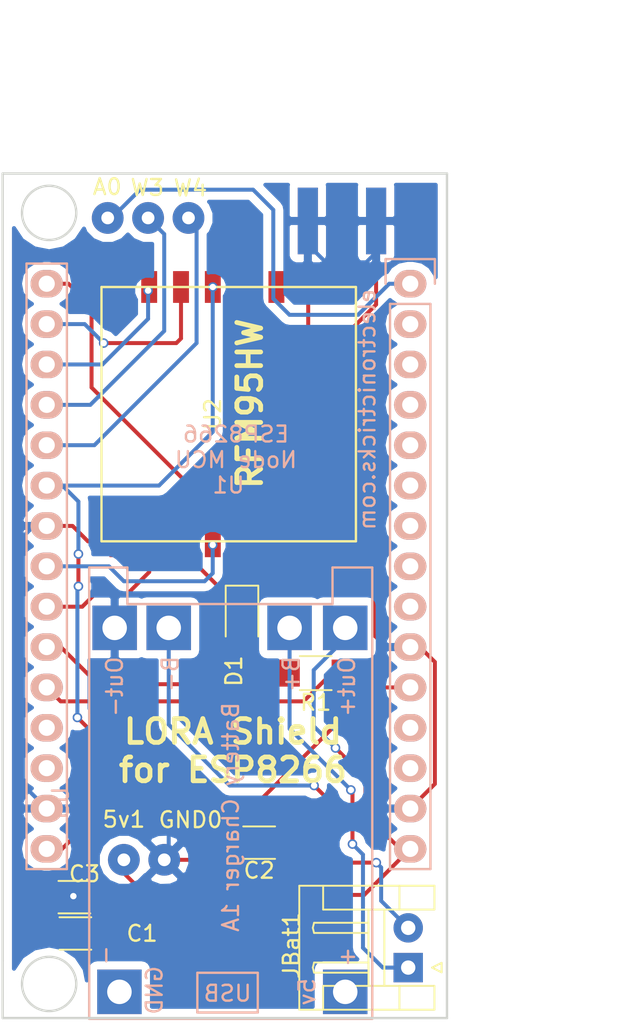
<source format=kicad_pcb>
(kicad_pcb (version 4) (host pcbnew 4.0.4-stable)

  (general
    (links 38)
    (no_connects 0)
    (area 128.194999 93.904999 156.285001 147.191801)
    (thickness 1.6)
    (drawings 14)
    (tracks 190)
    (zones 0)
    (modules 15)
    (nets 37)
  )

  (page A4)
  (layers
    (0 F.Cu signal)
    (31 B.Cu signal)
    (32 B.Adhes user)
    (33 F.Adhes user)
    (34 B.Paste user)
    (35 F.Paste user)
    (36 B.SilkS user)
    (37 F.SilkS user)
    (38 B.Mask user)
    (39 F.Mask user)
    (40 Dwgs.User user)
    (41 Cmts.User user)
    (42 Eco1.User user)
    (43 Eco2.User user)
    (44 Edge.Cuts user)
    (45 Margin user)
    (46 B.CrtYd user)
    (47 F.CrtYd user)
    (48 B.Fab user)
    (49 F.Fab user)
  )

  (setup
    (last_trace_width 0.25)
    (trace_clearance 0.2)
    (zone_clearance 0.508)
    (zone_45_only no)
    (trace_min 0.2)
    (segment_width 0.2)
    (edge_width 0.15)
    (via_size 0.6)
    (via_drill 0.4)
    (via_min_size 0.4)
    (via_min_drill 0.3)
    (uvia_size 0.3)
    (uvia_drill 0.1)
    (uvias_allowed no)
    (uvia_min_size 0.2)
    (uvia_min_drill 0.1)
    (pcb_text_width 0.3)
    (pcb_text_size 1.5 1.5)
    (mod_edge_width 0.15)
    (mod_text_size 1 1)
    (mod_text_width 0.15)
    (pad_size 1.524 1.524)
    (pad_drill 0.762)
    (pad_to_mask_clearance 0.2)
    (aux_axis_origin 0 0)
    (visible_elements 7FFFFFFF)
    (pcbplotparams
      (layerselection 0x00030_80000001)
      (usegerberextensions false)
      (excludeedgelayer true)
      (linewidth 0.100000)
      (plotframeref false)
      (viasonmask false)
      (mode 1)
      (useauxorigin false)
      (hpglpennumber 1)
      (hpglpenspeed 20)
      (hpglpendiameter 15)
      (hpglpenoverlay 2)
      (psnegative false)
      (psa4output false)
      (plotreference true)
      (plotvalue true)
      (plotinvisibletext false)
      (padsonsilk false)
      (subtractmaskfromsilk false)
      (outputformat 1)
      (mirror false)
      (drillshape 1)
      (scaleselection 1)
      (outputdirectory ""))
  )

  (net 0 "")
  (net 1 "Net-(5v1-Pad1)")
  (net 2 A0)
  (net 3 GND)
  (net 4 ANT)
  (net 5 "Net-(U1-Pad2)")
  (net 6 "Net-(U1-Pad3)")
  (net 7 "Net-(U1-Pad4)")
  (net 8 "Net-(U1-Pad5)")
  (net 9 "Net-(U1-Pad6)")
  (net 10 "Net-(U1-Pad7)")
  (net 11 "Net-(U1-Pad8)")
  (net 12 "Net-(U1-Pad9)")
  (net 13 3.3v)
  (net 14 "Net-(U1-Pad12)")
  (net 15 "Net-(U1-Pad13)")
  (net 16 NSS)
  (net 17 "Net-(U1-Pad18)")
  (net 18 "Net-(U1-Pad19)")
  (net 19 D4)
  (net 20 MISO)
  (net 21 SCK)
  (net 22 MOSI)
  (net 23 D8)
  (net 24 DIO1)
  (net 25 D3)
  (net 26 DOI0)
  (net 27 "Net-(U2-Pad6)")
  (net 28 "Net-(U2-Pad7)")
  (net 29 "Net-(U2-Pad11)")
  (net 30 "Net-(U2-Pad12)")
  (net 31 "Net-(U2-Pad16)")
  (net 32 "Net-(JBat1-Pad1)")
  (net 33 "Net-(JBat1-Pad2)")
  (net 34 "Net-(U3-Pad2)")
  (net 35 "Net-(U3-Pad1)")
  (net 36 "Net-(D1-Pad2)")

  (net_class Default "Ceci est la Netclass par défaut"
    (clearance 0.2)
    (trace_width 0.25)
    (via_dia 0.6)
    (via_drill 0.4)
    (uvia_dia 0.3)
    (uvia_drill 0.1)
    (add_net 3.3v)
    (add_net A0)
    (add_net D3)
    (add_net D4)
    (add_net D8)
    (add_net DIO1)
    (add_net DOI0)
    (add_net GND)
    (add_net MISO)
    (add_net MOSI)
    (add_net NSS)
    (add_net "Net-(5v1-Pad1)")
    (add_net "Net-(D1-Pad2)")
    (add_net "Net-(JBat1-Pad1)")
    (add_net "Net-(JBat1-Pad2)")
    (add_net "Net-(U1-Pad12)")
    (add_net "Net-(U1-Pad13)")
    (add_net "Net-(U1-Pad18)")
    (add_net "Net-(U1-Pad19)")
    (add_net "Net-(U1-Pad2)")
    (add_net "Net-(U1-Pad3)")
    (add_net "Net-(U1-Pad4)")
    (add_net "Net-(U1-Pad5)")
    (add_net "Net-(U1-Pad6)")
    (add_net "Net-(U1-Pad7)")
    (add_net "Net-(U1-Pad8)")
    (add_net "Net-(U1-Pad9)")
    (add_net "Net-(U2-Pad11)")
    (add_net "Net-(U2-Pad12)")
    (add_net "Net-(U2-Pad16)")
    (add_net "Net-(U2-Pad6)")
    (add_net "Net-(U2-Pad7)")
    (add_net "Net-(U3-Pad1)")
    (add_net "Net-(U3-Pad2)")
    (add_net SCK)
  )

  (net_class Ant ""
    (clearance 0.2)
    (trace_width 0.6)
    (via_dia 0.6)
    (via_drill 0.4)
    (uvia_dia 0.3)
    (uvia_drill 0.1)
    (add_net ANT)
  )

  (module Wire_Pads:SolderWirePad_single_0-8mmDrill (layer F.Cu) (tedit 0) (tstamp 58D844C1)
    (at 135.89 137.16)
    (path /58D85320)
    (fp_text reference 5v1 (at 0 -2.54) (layer F.SilkS)
      (effects (font (size 1 1) (thickness 0.15)))
    )
    (fp_text value 5v (at 0 2.54) (layer F.Fab)
      (effects (font (size 1 1) (thickness 0.15)))
    )
    (pad 1 thru_hole circle (at 0 0) (size 1.99898 1.99898) (drill 0.8001) (layers *.Cu *.Mask)
      (net 1 "Net-(5v1-Pad1)"))
  )

  (module Wire_Pads:SolderWirePad_single_0-8mmDrill (layer F.Cu) (tedit 58D848E0) (tstamp 58D844C6)
    (at 134.874 96.774)
    (path /58D8526D)
    (fp_text reference A0 (at -0.0254 -1.9558) (layer F.SilkS)
      (effects (font (size 1 1) (thickness 0.15)))
    )
    (fp_text value A0 (at 0 2.54) (layer F.Fab)
      (effects (font (size 1 1) (thickness 0.15)))
    )
    (pad 1 thru_hole circle (at 0 0) (size 1.99898 1.99898) (drill 0.8001) (layers *.Cu *.Mask)
      (net 2 A0))
  )

  (module kicad-footprints.SMA:SMA_EDGE (layer F.Cu) (tedit 58D84903) (tstamp 58D844CF)
    (at 149.606 99.06)
    (path /58D8416E)
    (fp_text reference ANT1 (at 0 -6.35) (layer F.SilkS) hide
      (effects (font (size 1.5 1.5) (thickness 0.15)))
    )
    (fp_text value SMA_EDGE (at 0 -6.35) (layer F.SilkS) hide
      (effects (font (size 1.5 1.5) (thickness 0.15)))
    )
    (pad 2 smd rect (at -2.1463 -2.0955) (size 1.27 4.191) (layers F.Cu F.Paste F.Mask)
      (net 3 GND))
    (pad 2 smd rect (at 2.1463 -2.0955) (size 1.27 4.191) (layers F.Cu F.Paste F.Mask)
      (net 3 GND))
    (pad 1 smd rect (at 0 -1.8415) (size 1.27 3.683) (layers F.Cu F.Paste F.Mask)
      (net 4 ANT))
    (pad 2 smd rect (at -2.1463 -2.0955) (size 1.27 4.191) (layers B.Cu F.Paste F.Mask)
      (net 3 GND))
    (pad 2 smd rect (at 2.1463 -2.0955) (size 1.27 4.191) (layers B.Cu F.Paste F.Mask)
      (net 3 GND))
  )

  (module nodemcu:NodeMCU_Amica_R2 (layer B.Cu) (tedit 56871839) (tstamp 58D84507)
    (at 153.8986 100.9142 180)
    (descr "Through-hole-mounted NodeMCU 0.9")
    (tags nodemcu)
    (path /58D83537)
    (fp_text reference U1 (at 11.43 -12.68 180) (layer B.SilkS)
      (effects (font (size 1 1) (thickness 0.15)) (justify mirror))
    )
    (fp_text value NodeMCU (at 11.43 -45.085 180) (layer B.Fab)
      (effects (font (size 2 2) (thickness 0.15)) (justify mirror))
    )
    (fp_circle (center 0.108949 4.318) (end 1.378949 3.048) (layer B.CrtYd) (width 0.15))
    (fp_line (start 15.24 -37.465) (end 15.24 -42.545) (layer B.CrtYd) (width 0.15))
    (fp_line (start 7.62 -37.465) (end 15.24 -37.465) (layer B.CrtYd) (width 0.15))
    (fp_line (start 7.62 -42.545) (end 7.62 -37.465) (layer B.CrtYd) (width 0.15))
    (fp_line (start -1.905 -42.545) (end -1.905 6.35) (layer B.CrtYd) (width 0.15))
    (fp_line (start 24.765 -42.545) (end -1.905 -42.545) (layer B.CrtYd) (width 0.15))
    (fp_line (start 24.765 6.35) (end 24.765 -42.545) (layer B.CrtYd) (width 0.15))
    (fp_line (start -1.905 6.35) (end 24.765 6.35) (layer B.CrtYd) (width 0.15))
    (fp_line (start -1.27 -1.27) (end -1.27 -36.83) (layer B.SilkS) (width 0.15))
    (fp_line (start -1.27 -36.83) (end 1.27 -36.83) (layer B.SilkS) (width 0.15))
    (fp_line (start 1.27 -36.83) (end 1.27 -1.27) (layer B.SilkS) (width 0.15))
    (fp_line (start 1.55 1.55) (end 1.55 0) (layer B.SilkS) (width 0.15))
    (fp_line (start 1.27 -1.27) (end -1.27 -1.27) (layer B.SilkS) (width 0.15))
    (fp_line (start -1.55 0) (end -1.55 1.55) (layer B.SilkS) (width 0.15))
    (fp_line (start -1.55 1.55) (end 1.55 1.55) (layer B.SilkS) (width 0.15))
    (fp_line (start 21.59 -36.83) (end 24.13 -36.83) (layer B.SilkS) (width 0.15))
    (fp_line (start 21.59 1.27) (end 21.59 -36.83) (layer B.SilkS) (width 0.15))
    (fp_line (start 24.13 1.27) (end 21.59 1.27) (layer B.SilkS) (width 0.15))
    (fp_line (start 24.13 -36.83) (end 24.13 1.27) (layer B.SilkS) (width 0.15))
    (fp_circle (center 22.733 4.318) (end 24.003 3.048) (layer B.CrtYd) (width 0.15))
    (fp_circle (center 22.733 -40.513) (end 24.003 -41.783) (layer B.CrtYd) (width 0.15))
    (fp_circle (center 0.127 -40.513) (end 1.397 -41.783) (layer B.CrtYd) (width 0.15))
    (pad 1 thru_hole oval (at 0 0 180) (size 2.032 1.7272) (drill 1.016) (layers *.Cu *.Mask B.SilkS)
      (net 2 A0))
    (pad 2 thru_hole oval (at 0 -2.54 180) (size 2.032 1.7272) (drill 1.016) (layers *.Cu *.Mask B.SilkS)
      (net 5 "Net-(U1-Pad2)"))
    (pad 3 thru_hole oval (at 0 -5.08 180) (size 2.032 1.7272) (drill 1.016) (layers *.Cu *.Mask B.SilkS)
      (net 6 "Net-(U1-Pad3)"))
    (pad 4 thru_hole oval (at 0 -7.62 180) (size 2.032 1.7272) (drill 1.016) (layers *.Cu *.Mask B.SilkS)
      (net 7 "Net-(U1-Pad4)"))
    (pad 5 thru_hole oval (at 0 -10.16 180) (size 2.032 1.7272) (drill 1.016) (layers *.Cu *.Mask B.SilkS)
      (net 8 "Net-(U1-Pad5)"))
    (pad 6 thru_hole oval (at 0 -12.7 180) (size 2.032 1.7272) (drill 1.016) (layers *.Cu *.Mask B.SilkS)
      (net 9 "Net-(U1-Pad6)"))
    (pad 7 thru_hole oval (at 0 -15.24 180) (size 2.032 1.7272) (drill 1.016) (layers *.Cu *.Mask B.SilkS)
      (net 10 "Net-(U1-Pad7)"))
    (pad 8 thru_hole oval (at 0 -17.78 180) (size 2.032 1.7272) (drill 1.016) (layers *.Cu *.Mask B.SilkS)
      (net 11 "Net-(U1-Pad8)"))
    (pad 9 thru_hole oval (at 0 -20.32 180) (size 2.032 1.7272) (drill 1.016) (layers *.Cu *.Mask B.SilkS)
      (net 12 "Net-(U1-Pad9)"))
    (pad 10 thru_hole oval (at 0 -22.86 180) (size 2.032 1.7272) (drill 1.016) (layers *.Cu *.Mask B.SilkS)
      (net 3 GND))
    (pad 11 thru_hole oval (at 0 -25.4 180) (size 2.032 1.7272) (drill 1.016) (layers *.Cu *.Mask B.SilkS)
      (net 13 3.3v))
    (pad 12 thru_hole oval (at 0 -27.94 180) (size 2.032 1.7272) (drill 1.016) (layers *.Cu *.Mask B.SilkS)
      (net 14 "Net-(U1-Pad12)"))
    (pad 13 thru_hole oval (at 0 -30.48 180) (size 2.032 1.7272) (drill 1.016) (layers *.Cu *.Mask B.SilkS)
      (net 15 "Net-(U1-Pad13)"))
    (pad 14 thru_hole oval (at 0 -33.02 180) (size 2.032 1.7272) (drill 1.016) (layers *.Cu *.Mask B.SilkS)
      (net 3 GND))
    (pad 15 thru_hole oval (at 0 -35.56 180) (size 2.032 1.7272) (drill 1.016) (layers *.Cu *.Mask B.SilkS)
      (net 1 "Net-(5v1-Pad1)"))
    (pad 30 thru_hole oval (at 22.86 0 180) (size 2.032 1.7272) (drill 1.016) (layers *.Cu *.Mask B.SilkS)
      (net 16 NSS))
    (pad 18 thru_hole oval (at 22.86 -30.48 180) (size 2.032 1.7272) (drill 1.016) (layers *.Cu *.Mask B.SilkS)
      (net 17 "Net-(U1-Pad18)"))
    (pad 17 thru_hole oval (at 22.86 -33.02 180) (size 2.032 1.7272) (drill 1.016) (layers *.Cu *.Mask B.SilkS)
      (net 3 GND))
    (pad 19 thru_hole oval (at 22.86 -27.94 180) (size 2.032 1.7272) (drill 1.016) (layers *.Cu *.Mask B.SilkS)
      (net 18 "Net-(U1-Pad19)"))
    (pad 25 thru_hole oval (at 22.86 -12.7 180) (size 2.032 1.7272) (drill 1.016) (layers *.Cu *.Mask B.SilkS)
      (net 13 3.3v))
    (pad 26 thru_hole oval (at 22.86 -10.16 180) (size 2.032 1.7272) (drill 1.016) (layers *.Cu *.Mask B.SilkS)
      (net 19 D4))
    (pad 24 thru_hole oval (at 22.86 -15.24 180) (size 2.032 1.7272) (drill 1.016) (layers *.Cu *.Mask B.SilkS)
      (net 3 GND))
    (pad 16 thru_hole oval (at 22.86 -35.56 180) (size 2.032 1.7272) (drill 1.016) (layers *.Cu *.Mask B.SilkS)
      (net 13 3.3v))
    (pad 22 thru_hole oval (at 22.86 -20.32 180) (size 2.032 1.7272) (drill 1.016) (layers *.Cu *.Mask B.SilkS)
      (net 20 MISO))
    (pad 23 thru_hole oval (at 22.86 -17.78 180) (size 2.032 1.7272) (drill 1.016) (layers *.Cu *.Mask B.SilkS)
      (net 21 SCK))
    (pad 21 thru_hole oval (at 22.86 -22.86 180) (size 2.032 1.7272) (drill 1.016) (layers *.Cu *.Mask B.SilkS)
      (net 22 MOSI))
    (pad 20 thru_hole oval (at 22.86 -25.4 180) (size 2.032 1.7272) (drill 1.016) (layers *.Cu *.Mask B.SilkS)
      (net 23 D8))
    (pad 28 thru_hole oval (at 22.86 -5.08 180) (size 2.032 1.7272) (drill 1.016) (layers *.Cu *.Mask B.SilkS)
      (net 24 DIO1))
    (pad 27 thru_hole oval (at 22.86 -7.62 180) (size 2.032 1.7272) (drill 1.016) (layers *.Cu *.Mask B.SilkS)
      (net 25 D3))
    (pad 29 thru_hole oval (at 22.86 -2.54 180) (size 2.032 1.7272) (drill 1.016) (layers *.Cu *.Mask B.SilkS)
      (net 26 DOI0))
  )

  (module LoRa:RFM92_95_96_98 (layer F.Cu) (tedit 583DAC8B) (tstamp 58D8451F)
    (at 135.4836 117.1194 90)
    (path /58D835E4)
    (fp_text reference U2 (at 8 6 90) (layer F.SilkS)
      (effects (font (size 1 1) (thickness 0.15)))
    )
    (fp_text value RFM95HW (at 8 2.5 90) (layer F.Fab)
      (effects (font (size 1 1) (thickness 0.15)))
    )
    (fp_line (start 0 -1) (end 0 15) (layer F.SilkS) (width 0.15))
    (fp_line (start 0 15) (end 16 15) (layer F.SilkS) (width 0.15))
    (fp_line (start 16 15) (end 16 -1) (layer F.SilkS) (width 0.15))
    (fp_line (start 16 -1) (end 0 -1) (layer F.SilkS) (width 0.15))
    (pad 1 smd rect (at 0 0 90) (size 2 1) (layers F.Cu F.Paste F.Mask)
      (net 3 GND))
    (pad 2 smd rect (at 0 2 90) (size 2 1) (layers F.Cu F.Paste F.Mask)
      (net 20 MISO))
    (pad 3 smd rect (at 0 4 90) (size 2 1) (layers F.Cu F.Paste F.Mask)
      (net 22 MOSI))
    (pad 4 smd rect (at 0 6 90) (size 2 1) (layers F.Cu F.Paste F.Mask)
      (net 21 SCK))
    (pad 5 smd rect (at 0 8 90) (size 2 1) (layers F.Cu F.Paste F.Mask)
      (net 16 NSS))
    (pad 6 smd rect (at 0 10 90) (size 2 1) (layers F.Cu F.Paste F.Mask)
      (net 27 "Net-(U2-Pad6)"))
    (pad 7 smd rect (at 0 12 90) (size 2 1) (layers F.Cu F.Paste F.Mask)
      (net 28 "Net-(U2-Pad7)"))
    (pad 8 smd rect (at 0 14 90) (size 2 1) (layers F.Cu F.Paste F.Mask)
      (net 3 GND))
    (pad 9 smd rect (at 16 14 90) (size 2 1) (layers F.Cu F.Paste F.Mask)
      (net 4 ANT))
    (pad 10 smd rect (at 16 12 90) (size 2 1) (layers F.Cu F.Paste F.Mask)
      (net 3 GND))
    (pad 11 smd rect (at 16 10 90) (size 2 1) (layers F.Cu F.Paste F.Mask)
      (net 29 "Net-(U2-Pad11)"))
    (pad 12 smd rect (at 16 8 90) (size 2 1) (layers F.Cu F.Paste F.Mask)
      (net 30 "Net-(U2-Pad12)"))
    (pad 13 smd rect (at 16 6 90) (size 2 1) (layers F.Cu F.Paste F.Mask)
      (net 13 3.3v))
    (pad 14 smd rect (at 16 4 90) (size 2 1) (layers F.Cu F.Paste F.Mask)
      (net 26 DOI0))
    (pad 15 smd rect (at 16 2 90) (size 2 1) (layers F.Cu F.Paste F.Mask)
      (net 24 DIO1))
    (pad 16 smd rect (at 16 0 90) (size 2 1) (layers F.Cu F.Paste F.Mask)
      (net 31 "Net-(U2-Pad16)"))
  )

  (module Wire_Pads:SolderWirePad_single_0-8mmDrill (layer F.Cu) (tedit 58D848E7) (tstamp 58D84524)
    (at 137.414 96.774)
    (path /58D84E07)
    (fp_text reference W3 (at -0.0508 -1.905) (layer F.SilkS)
      (effects (font (size 1 1) (thickness 0.15)))
    )
    (fp_text value D3 (at 0 2.54) (layer F.Fab)
      (effects (font (size 1 1) (thickness 0.15)))
    )
    (pad 1 thru_hole circle (at 0 0) (size 1.99898 1.99898) (drill 0.8001) (layers *.Cu *.Mask)
      (net 25 D3))
  )

  (module Wire_Pads:SolderWirePad_single_0-8mmDrill (layer F.Cu) (tedit 58D848ED) (tstamp 58D84529)
    (at 139.954 96.774)
    (path /58D84F1A)
    (fp_text reference W4 (at 0.127 -1.8796) (layer F.SilkS)
      (effects (font (size 1 1) (thickness 0.15)))
    )
    (fp_text value D4 (at 0 2.54) (layer F.Fab)
      (effects (font (size 1 1) (thickness 0.15)))
    )
    (pad 1 thru_hole circle (at 0 0) (size 1.99898 1.99898) (drill 0.8001) (layers *.Cu *.Mask)
      (net 19 D4))
  )

  (module Wire_Pads:SolderWirePad_single_0-8mmDrill (layer F.Cu) (tedit 58D84BA9) (tstamp 58D8498A)
    (at 138.43 137.16)
    (path /58D86214)
    (fp_text reference GND0 (at 1.651 -2.5146) (layer F.SilkS)
      (effects (font (size 1 1) (thickness 0.15)))
    )
    (fp_text value GND (at 0 2.54) (layer F.Fab)
      (effects (font (size 1 1) (thickness 0.15)))
    )
    (pad 1 thru_hole circle (at 0 0) (size 1.99898 1.99898) (drill 0.8001) (layers *.Cu *.Mask)
      (net 3 GND))
  )

  (module Connectors_JST:JST_EH_S02B-EH_02x2.50mm_Angled (layer F.Cu) (tedit 58E57A80) (tstamp 58E56E13)
    (at 153.7716 143.9418 90)
    (descr "JST EH series connector, S02B-EH, 2.50mm pitch, side entry")
    (tags "connector jst eh side horizontal angled")
    (path /58E59BDD)
    (fp_text reference JBat1 (at 1.3843 -7.3406 90) (layer F.SilkS)
      (effects (font (size 1 1) (thickness 0.15)))
    )
    (fp_text value HEADER-1x02 (at 2.4003 3.8354 90) (layer F.Fab)
      (effects (font (size 1 1) (thickness 0.15)))
    )
    (fp_text user %R (at 1.25 -2 90) (layer F.Fab)
      (effects (font (size 1 1) (thickness 0.15)))
    )
    (fp_line (start -2.5 -6.7) (end -2.5 1.5) (layer F.Fab) (width 0.1))
    (fp_line (start -2.5 1.5) (end 5 1.5) (layer F.Fab) (width 0.1))
    (fp_line (start 5 1.5) (end 5 -6.7) (layer F.Fab) (width 0.1))
    (fp_line (start 5 -6.7) (end -2.5 -6.7) (layer F.Fab) (width 0.1))
    (fp_line (start -1.15 -0.55) (end -1.15 1.65) (layer F.SilkS) (width 0.12))
    (fp_line (start -1.15 1.65) (end -2.65 1.65) (layer F.SilkS) (width 0.12))
    (fp_line (start -2.65 1.65) (end -2.65 -6.85) (layer F.SilkS) (width 0.12))
    (fp_line (start -2.65 -6.85) (end 5.15 -6.85) (layer F.SilkS) (width 0.12))
    (fp_line (start 5.15 -6.85) (end 5.15 1.65) (layer F.SilkS) (width 0.12))
    (fp_line (start 5.15 1.65) (end 3.65 1.65) (layer F.SilkS) (width 0.12))
    (fp_line (start 3.65 1.65) (end 3.65 -0.55) (layer F.SilkS) (width 0.12))
    (fp_line (start -2.65 -5.35) (end -1.15 -5.35) (layer F.SilkS) (width 0.12))
    (fp_line (start -1.15 -5.35) (end -1.15 -0.55) (layer F.SilkS) (width 0.12))
    (fp_line (start -1.15 -0.55) (end -2.65 -0.55) (layer F.SilkS) (width 0.12))
    (fp_line (start 5.15 -5.35) (end 3.65 -5.35) (layer F.SilkS) (width 0.12))
    (fp_line (start 3.65 -5.35) (end 3.65 -0.55) (layer F.SilkS) (width 0.12))
    (fp_line (start 3.65 -0.55) (end 5.15 -0.55) (layer F.SilkS) (width 0.12))
    (fp_line (start -1.15 -2.5) (end 3.65 -2.5) (layer F.SilkS) (width 0.12))
    (fp_line (start -1.15 -1.5) (end 3.65 -1.5) (layer F.SilkS) (width 0.12))
    (fp_line (start 0 -2.5) (end -0.32 -2.5) (layer F.SilkS) (width 0.12))
    (fp_line (start -0.32 -2.5) (end -0.32 -5.92) (layer F.SilkS) (width 0.12))
    (fp_line (start -0.32 -5.92) (end 0 -6) (layer F.SilkS) (width 0.12))
    (fp_line (start 0 -6) (end 0.32 -5.92) (layer F.SilkS) (width 0.12))
    (fp_line (start 0.32 -5.92) (end 0.32 -2.5) (layer F.SilkS) (width 0.12))
    (fp_line (start 0.32 -2.5) (end 0 -2.5) (layer F.SilkS) (width 0.12))
    (fp_line (start 2.5 -2.5) (end 2.18 -2.5) (layer F.SilkS) (width 0.12))
    (fp_line (start 2.18 -2.5) (end 2.18 -5.92) (layer F.SilkS) (width 0.12))
    (fp_line (start 2.18 -5.92) (end 2.5 -6) (layer F.SilkS) (width 0.12))
    (fp_line (start 2.5 -6) (end 2.82 -5.92) (layer F.SilkS) (width 0.12))
    (fp_line (start 2.82 -5.92) (end 2.82 -2.5) (layer F.SilkS) (width 0.12))
    (fp_line (start 2.82 -2.5) (end 2.5 -2.5) (layer F.SilkS) (width 0.12))
    (fp_line (start 0 1.5) (end -0.3 2.1) (layer F.SilkS) (width 0.12))
    (fp_line (start -0.3 2.1) (end 0.3 2.1) (layer F.SilkS) (width 0.12))
    (fp_line (start 0.3 2.1) (end 0 1.5) (layer F.SilkS) (width 0.12))
    (fp_line (start 0 1.5) (end -0.3 2.1) (layer F.Fab) (width 0.1))
    (fp_line (start -0.3 2.1) (end 0.3 2.1) (layer F.Fab) (width 0.1))
    (fp_line (start 0.3 2.1) (end 0 1.5) (layer F.Fab) (width 0.1))
    (fp_line (start -3.15 -7.35) (end -3.15 2.15) (layer F.CrtYd) (width 0.05))
    (fp_line (start -3.15 2.15) (end 5.65 2.15) (layer F.CrtYd) (width 0.05))
    (fp_line (start 5.65 2.15) (end 5.65 -7.35) (layer F.CrtYd) (width 0.05))
    (fp_line (start 5.65 -7.35) (end -3.15 -7.35) (layer F.CrtYd) (width 0.05))
    (pad 1 thru_hole rect (at 0 0 90) (size 1.85 1.85) (drill 0.9) (layers *.Cu *.Mask)
      (net 32 "Net-(JBat1-Pad1)"))
    (pad 2 thru_hole circle (at 2.5 0 90) (size 1.85 1.85) (drill 0.9) (layers *.Cu *.Mask)
      (net 33 "Net-(JBat1-Pad2)"))
    (model Connectors_JST.3dshapes/JST_EH_S02B-EH_02x2.50mm_Angled.wrl
      (at (xyz 0 0 0))
      (scale (xyz 1 1 1))
      (rotate (xyz 0 0 0))
    )
  )

  (module nodemcu:TP4056-18650 (layer B.Cu) (tedit 58E55FCB) (tstamp 58E56E36)
    (at 151.511 147.1676 90)
    (path /58E588B8)
    (fp_text reference U3 (at 13.6 -19.6 90) (layer B.SilkS)
      (effects (font (size 1 1) (thickness 0.15)) (justify mirror))
    )
    (fp_text value TP4056-1A (at 13 1.6 90) (layer B.Fab)
      (effects (font (size 1 1) (thickness 0.15)) (justify mirror))
    )
    (fp_text user "Battery Charger 1A" (at 12.7 -8.9 90) (layer B.SilkS)
      (effects (font (size 1 1) (thickness 0.15)) (justify mirror))
    )
    (fp_text user GND (at 1.8 -13.7 90) (layer B.SilkS)
      (effects (font (size 1 1) (thickness 0.15)) (justify mirror))
    )
    (fp_text user 5v (at 1.7 -4.1 90) (layer B.SilkS)
      (effects (font (size 1 1) (thickness 0.15)) (justify mirror))
    )
    (fp_line (start 26.1 -2.5) (end 26.1 -15.4) (layer B.SilkS) (width 0.15))
    (fp_line (start 26.1 -15.4) (end 26.4 -15.4) (layer B.SilkS) (width 0.15))
    (fp_line (start 26.3 -15.4) (end 28.4 -15.4) (layer B.SilkS) (width 0.15))
    (fp_line (start 28.4 -15.4) (end 28.4 -15.7) (layer B.SilkS) (width 0.15))
    (fp_line (start 26.3 0) (end 28.4 0) (layer B.SilkS) (width 0.15))
    (fp_line (start 28.4 0) (end 28.4 -2.5) (layer B.SilkS) (width 0.15))
    (fp_line (start 28.4 -2.5) (end 26.1 -2.5) (layer B.SilkS) (width 0.15))
    (fp_line (start 28.4 -15.7) (end 28.4 -17.8) (layer B.SilkS) (width 0.15))
    (fp_line (start 28.4 -17.8) (end 0 -17.8) (layer B.SilkS) (width 0.15))
    (fp_line (start 0 -17.8) (end 0 0) (layer B.SilkS) (width 0.15))
    (fp_text user B+ (at 21.7 -5.1 90) (layer B.SilkS)
      (effects (font (size 1 1) (thickness 0.15)) (justify mirror))
    )
    (fp_text user B- (at 21.7 -12.7 90) (layer B.SilkS)
      (effects (font (size 1 1) (thickness 0.15)) (justify mirror))
    )
    (fp_text user Out+ (at 20.9 -1.6 90) (layer B.SilkS)
      (effects (font (size 1 1) (thickness 0.15)) (justify mirror))
    )
    (fp_text user Out- (at 20.9 -16.2 90) (layer B.SilkS)
      (effects (font (size 1 1) (thickness 0.15)) (justify mirror))
    )
    (fp_text user USB (at 1.6 -9.1 360) (layer B.SilkS)
      (effects (font (size 1 1) (thickness 0.15)) (justify mirror))
    )
    (fp_line (start 0.4 -7.2) (end 2.9 -7.2) (layer B.SilkS) (width 0.15))
    (fp_line (start 2.9 -7.2) (end 2.9 -11) (layer B.SilkS) (width 0.15))
    (fp_line (start 2.9 -11) (end 0.4 -11) (layer B.SilkS) (width 0.15))
    (fp_line (start 0.4 -11) (end 0.4 -7.3) (layer B.SilkS) (width 0.15))
    (fp_text user - (at 4 -16.8 90) (layer B.SilkS)
      (effects (font (size 1 1) (thickness 0.15)) (justify mirror))
    )
    (fp_text user + (at 3.9 -1.6 90) (layer B.SilkS)
      (effects (font (size 1 1) (thickness 0.15)) (justify mirror))
    )
    (fp_line (start 0 0) (end 26.3 0) (layer B.SilkS) (width 0.15))
    (pad 6 thru_hole rect (at 24.6 -12.8 90) (size 2.8 2.8) (drill 1.54) (layers *.Cu *.Mask)
      (net 33 "Net-(JBat1-Pad2)"))
    (pad 5 thru_hole rect (at 24.6 -5.2 90) (size 2.8 2.8) (drill 1.54) (layers *.Cu *.Mask)
      (net 32 "Net-(JBat1-Pad1)"))
    (pad 4 thru_hole rect (at 24.6 -16.2 90) (size 2.8 2.8) (drill 1.54) (layers *.Cu *.Mask)
      (net 3 GND))
    (pad 3 thru_hole rect (at 24.6 -1.7 90) (size 2.8 2.8) (drill 1.54) (layers *.Cu *.Mask)
      (net 1 "Net-(5v1-Pad1)"))
    (pad 2 thru_hole rect (at 1.7 -15.9 90) (size 2.8 2.8) (drill 1.54) (layers *.Cu *.Mask)
      (net 34 "Net-(U3-Pad2)"))
    (pad 1 thru_hole rect (at 1.7 -1.7 90) (size 2.8 2.8) (drill 1.54) (layers *.Cu *.Mask)
      (net 35 "Net-(U3-Pad1)"))
  )

  (module Capacitors_SMD:C_1206_HandSoldering (layer F.Cu) (tedit 58E57932) (tstamp 58E57598)
    (at 132.842 141.7955 180)
    (descr "Capacitor SMD 1206, hand soldering")
    (tags "capacitor 1206")
    (path /58E5D064)
    (attr smd)
    (fp_text reference C1 (at -4.191 0 180) (layer F.SilkS)
      (effects (font (size 1 1) (thickness 0.15)))
    )
    (fp_text value 47uF (at 0 2 180) (layer F.Fab)
      (effects (font (size 1 1) (thickness 0.15)))
    )
    (fp_text user %R (at -4.1275 -0.0635 180) (layer F.Fab)
      (effects (font (size 1 1) (thickness 0.15)))
    )
    (fp_line (start -1.6 0.8) (end -1.6 -0.8) (layer F.Fab) (width 0.1))
    (fp_line (start 1.6 0.8) (end -1.6 0.8) (layer F.Fab) (width 0.1))
    (fp_line (start 1.6 -0.8) (end 1.6 0.8) (layer F.Fab) (width 0.1))
    (fp_line (start -1.6 -0.8) (end 1.6 -0.8) (layer F.Fab) (width 0.1))
    (fp_line (start 1 -1.02) (end -1 -1.02) (layer F.SilkS) (width 0.12))
    (fp_line (start -1 1.02) (end 1 1.02) (layer F.SilkS) (width 0.12))
    (fp_line (start -3.25 -1.05) (end 3.25 -1.05) (layer F.CrtYd) (width 0.05))
    (fp_line (start -3.25 -1.05) (end -3.25 1.05) (layer F.CrtYd) (width 0.05))
    (fp_line (start 3.25 1.05) (end 3.25 -1.05) (layer F.CrtYd) (width 0.05))
    (fp_line (start 3.25 1.05) (end -3.25 1.05) (layer F.CrtYd) (width 0.05))
    (pad 1 smd rect (at -2 0 180) (size 2 1.6) (layers F.Cu F.Paste F.Mask)
      (net 13 3.3v))
    (pad 2 smd rect (at 2 0 180) (size 2 1.6) (layers F.Cu F.Paste F.Mask)
      (net 3 GND))
    (model Capacitors_SMD.3dshapes/C_1206.wrl
      (at (xyz 0 0 0))
      (scale (xyz 1 1 1))
      (rotate (xyz 0 0 0))
    )
  )

  (module Capacitors_SMD:C_1206_HandSoldering (layer F.Cu) (tedit 58AA84D1) (tstamp 58E575A9)
    (at 144.399 136.0805 180)
    (descr "Capacitor SMD 1206, hand soldering")
    (tags "capacitor 1206")
    (path /58E5D117)
    (attr smd)
    (fp_text reference C2 (at 0 -1.75 180) (layer F.SilkS)
      (effects (font (size 1 1) (thickness 0.15)))
    )
    (fp_text value 1uF (at 0 2 180) (layer F.Fab)
      (effects (font (size 1 1) (thickness 0.15)))
    )
    (fp_text user %R (at 0 -1.75 180) (layer F.Fab)
      (effects (font (size 1 1) (thickness 0.15)))
    )
    (fp_line (start -1.6 0.8) (end -1.6 -0.8) (layer F.Fab) (width 0.1))
    (fp_line (start 1.6 0.8) (end -1.6 0.8) (layer F.Fab) (width 0.1))
    (fp_line (start 1.6 -0.8) (end 1.6 0.8) (layer F.Fab) (width 0.1))
    (fp_line (start -1.6 -0.8) (end 1.6 -0.8) (layer F.Fab) (width 0.1))
    (fp_line (start 1 -1.02) (end -1 -1.02) (layer F.SilkS) (width 0.12))
    (fp_line (start -1 1.02) (end 1 1.02) (layer F.SilkS) (width 0.12))
    (fp_line (start -3.25 -1.05) (end 3.25 -1.05) (layer F.CrtYd) (width 0.05))
    (fp_line (start -3.25 -1.05) (end -3.25 1.05) (layer F.CrtYd) (width 0.05))
    (fp_line (start 3.25 1.05) (end 3.25 -1.05) (layer F.CrtYd) (width 0.05))
    (fp_line (start 3.25 1.05) (end -3.25 1.05) (layer F.CrtYd) (width 0.05))
    (pad 1 smd rect (at -2 0 180) (size 2 1.6) (layers F.Cu F.Paste F.Mask)
      (net 13 3.3v))
    (pad 2 smd rect (at 2 0 180) (size 2 1.6) (layers F.Cu F.Paste F.Mask)
      (net 3 GND))
    (model Capacitors_SMD.3dshapes/C_1206.wrl
      (at (xyz 0 0 0))
      (scale (xyz 1 1 1))
      (rotate (xyz 0 0 0))
    )
  )

  (module Capacitors_SMD:C_1206_HandSoldering (layer F.Cu) (tedit 58E5791F) (tstamp 58E575BA)
    (at 132.7785 139.5095 180)
    (descr "Capacitor SMD 1206, hand soldering")
    (tags "capacitor 1206")
    (path /58E5D335)
    (attr smd)
    (fp_text reference C3 (at -0.635 1.4605 180) (layer F.SilkS)
      (effects (font (size 1 1) (thickness 0.15)))
    )
    (fp_text value 100nF (at 0 2 180) (layer F.Fab)
      (effects (font (size 1 1) (thickness 0.15)))
    )
    (fp_text user %R (at -0.4445 1.5875 180) (layer F.Fab)
      (effects (font (size 1 1) (thickness 0.15)))
    )
    (fp_line (start -1.6 0.8) (end -1.6 -0.8) (layer F.Fab) (width 0.1))
    (fp_line (start 1.6 0.8) (end -1.6 0.8) (layer F.Fab) (width 0.1))
    (fp_line (start 1.6 -0.8) (end 1.6 0.8) (layer F.Fab) (width 0.1))
    (fp_line (start -1.6 -0.8) (end 1.6 -0.8) (layer F.Fab) (width 0.1))
    (fp_line (start 1 -1.02) (end -1 -1.02) (layer F.SilkS) (width 0.12))
    (fp_line (start -1 1.02) (end 1 1.02) (layer F.SilkS) (width 0.12))
    (fp_line (start -3.25 -1.05) (end 3.25 -1.05) (layer F.CrtYd) (width 0.05))
    (fp_line (start -3.25 -1.05) (end -3.25 1.05) (layer F.CrtYd) (width 0.05))
    (fp_line (start 3.25 1.05) (end 3.25 -1.05) (layer F.CrtYd) (width 0.05))
    (fp_line (start 3.25 1.05) (end -3.25 1.05) (layer F.CrtYd) (width 0.05))
    (pad 1 smd rect (at -2 0 180) (size 2 1.6) (layers F.Cu F.Paste F.Mask)
      (net 13 3.3v))
    (pad 2 smd rect (at 2 0 180) (size 2 1.6) (layers F.Cu F.Paste F.Mask)
      (net 3 GND))
    (model Capacitors_SMD.3dshapes/C_1206.wrl
      (at (xyz 0 0 0))
      (scale (xyz 1 1 1))
      (rotate (xyz 0 0 0))
    )
  )

  (module Diodes_SMD:D_1206 (layer F.Cu) (tedit 58E578C2) (tstamp 58E575D1)
    (at 143.3195 122.1105 270)
    (descr "Diode SMD 1206, reflow soldering")
    (tags "Diode 1206")
    (path /58E5A971)
    (attr smd)
    (fp_text reference D1 (at 3.175 0.508 270) (layer F.SilkS)
      (effects (font (size 1 1) (thickness 0.15)))
    )
    (fp_text value Led_Small (at 0 2.3 270) (layer F.Fab)
      (effects (font (size 1 1) (thickness 0.15)))
    )
    (fp_line (start -0.254 -0.254) (end -0.254 0.254) (layer F.Fab) (width 0.1))
    (fp_line (start 0.127 0) (end 0.381 0) (layer F.Fab) (width 0.1))
    (fp_line (start -0.254 0) (end -0.508 0) (layer F.Fab) (width 0.1))
    (fp_line (start 0.127 0.254) (end -0.254 0) (layer F.Fab) (width 0.1))
    (fp_line (start 0.127 -0.254) (end 0.127 0.254) (layer F.Fab) (width 0.1))
    (fp_line (start -0.254 0) (end 0.127 -0.254) (layer F.Fab) (width 0.1))
    (fp_line (start -2.2 -1.016) (end -2.2 1.016) (layer F.SilkS) (width 0.12))
    (fp_line (start -1.6 0.8) (end -1.6 -0.8) (layer F.Fab) (width 0.1))
    (fp_line (start 1.6 0.8) (end -1.6 0.8) (layer F.Fab) (width 0.1))
    (fp_line (start 1.6 -0.8) (end 1.6 0.8) (layer F.Fab) (width 0.1))
    (fp_line (start -1.6 -0.8) (end 1.6 -0.8) (layer F.Fab) (width 0.1))
    (fp_line (start -2.3 -1.15) (end 2.3 -1.15) (layer F.CrtYd) (width 0.05))
    (fp_line (start -2.3 1.15) (end 2.3 1.15) (layer F.CrtYd) (width 0.05))
    (fp_line (start -2.3 -1.15) (end -2.3 1.15) (layer F.CrtYd) (width 0.05))
    (fp_line (start 2.3 -1.15) (end 2.3 1.15) (layer F.CrtYd) (width 0.05))
    (fp_line (start 1 -1.025) (end -2.2 -1.025) (layer F.SilkS) (width 0.12))
    (fp_line (start -2.2 1.025) (end 1 1.025) (layer F.SilkS) (width 0.12))
    (pad 1 smd rect (at -1.5 0 270) (size 1 1.6) (layers F.Cu F.Paste F.Mask)
      (net 3 GND))
    (pad 2 smd rect (at 1.5 0 270) (size 1 1.6) (layers F.Cu F.Paste F.Mask)
      (net 36 "Net-(D1-Pad2)"))
  )

  (module Resistors_SMD:R_1206_HandSoldering (layer F.Cu) (tedit 58E0A804) (tstamp 58E575E2)
    (at 147.955 125.4125 180)
    (descr "Resistor SMD 1206, hand soldering")
    (tags "resistor 1206")
    (path /58E5BE16)
    (attr smd)
    (fp_text reference R1 (at 0 -1.85 180) (layer F.SilkS)
      (effects (font (size 1 1) (thickness 0.15)))
    )
    (fp_text value 680 (at 0 1.9 180) (layer F.Fab)
      (effects (font (size 1 1) (thickness 0.15)))
    )
    (fp_text user %R (at 0 0 180) (layer F.Fab)
      (effects (font (size 0.7 0.7) (thickness 0.105)))
    )
    (fp_line (start -1.6 0.8) (end -1.6 -0.8) (layer F.Fab) (width 0.1))
    (fp_line (start 1.6 0.8) (end -1.6 0.8) (layer F.Fab) (width 0.1))
    (fp_line (start 1.6 -0.8) (end 1.6 0.8) (layer F.Fab) (width 0.1))
    (fp_line (start -1.6 -0.8) (end 1.6 -0.8) (layer F.Fab) (width 0.1))
    (fp_line (start 1 1.07) (end -1 1.07) (layer F.SilkS) (width 0.12))
    (fp_line (start -1 -1.07) (end 1 -1.07) (layer F.SilkS) (width 0.12))
    (fp_line (start -3.25 -1.11) (end 3.25 -1.11) (layer F.CrtYd) (width 0.05))
    (fp_line (start -3.25 -1.11) (end -3.25 1.1) (layer F.CrtYd) (width 0.05))
    (fp_line (start 3.25 1.1) (end 3.25 -1.11) (layer F.CrtYd) (width 0.05))
    (fp_line (start 3.25 1.1) (end -3.25 1.1) (layer F.CrtYd) (width 0.05))
    (pad 1 smd rect (at -2 0 180) (size 2 1.7) (layers F.Cu F.Paste F.Mask)
      (net 23 D8))
    (pad 2 smd rect (at 2 0 180) (size 2 1.7) (layers F.Cu F.Paste F.Mask)
      (net 36 "Net-(D1-Pad2)"))
    (model ${KISYS3DMOD}/Resistors_SMD.3dshapes/R_1206.wrl
      (at (xyz 0 0 0))
      (scale (xyz 1 1 1))
      (rotate (xyz 0 0 0))
    )
  )

  (dimension 27.876572 (width 0.3) (layer F.Mask)
    (gr_text "27,877 mm" (at 142.18753 84.915806 0.1305140784) (layer F.Mask)
      (effects (font (size 1.5 1.5) (thickness 0.3)))
    )
    (feature1 (pts (xy 156.1465 93.98) (xy 156.122705 83.53406)))
    (feature2 (pts (xy 128.27 94.0435) (xy 128.246205 83.59756)))
    (crossbar (pts (xy 128.252355 86.297553) (xy 156.128855 86.234053)))
    (arrow1a (pts (xy 156.128855 86.234053) (xy 155.00369 86.823038)))
    (arrow1b (pts (xy 156.128855 86.234053) (xy 155.001018 85.6502)))
    (arrow2a (pts (xy 128.252355 86.297553) (xy 129.380192 86.881406)))
    (arrow2b (pts (xy 128.252355 86.297553) (xy 129.37752 85.708568)))
  )
  (dimension 53.1495 (width 0.3) (layer F.Mask)
    (gr_text "53,150 mm" (at 164.418 120.55475 270) (layer F.Mask)
      (effects (font (size 1.5 1.5) (thickness 0.3)))
    )
    (feature1 (pts (xy 156.21 147.1295) (xy 165.768 147.1295)))
    (feature2 (pts (xy 156.21 93.98) (xy 165.768 93.98)))
    (crossbar (pts (xy 163.068 93.98) (xy 163.068 147.1295)))
    (arrow1a (pts (xy 163.068 147.1295) (xy 162.481579 146.002996)))
    (arrow1b (pts (xy 163.068 147.1295) (xy 163.654421 146.002996)))
    (arrow2a (pts (xy 163.068 93.98) (xy 162.481579 95.106504)))
    (arrow2b (pts (xy 163.068 93.98) (xy 163.654421 95.106504)))
  )
  (gr_text electronictricks.com (at 151.1935 108.839 90) (layer B.SilkS)
    (effects (font (size 1 1) (thickness 0.15)) (justify mirror))
  )
  (gr_circle (center 131.191 96.4565) (end 132.3975 95.25) (layer Edge.Cuts) (width 0.15) (tstamp 58E56F9B))
  (gr_circle (center 131.191 144.9705) (end 132.3975 143.764) (layer Edge.Cuts) (width 0.15))
  (gr_line (start 128.27 143.51) (end 128.27 147.1168) (angle 90) (layer Edge.Cuts) (width 0.15))
  (gr_line (start 156.21 147.1168) (end 128.27 147.1168) (angle 90) (layer Edge.Cuts) (width 0.15))
  (gr_line (start 156.21 143.51) (end 156.21 147.1168) (angle 90) (layer Edge.Cuts) (width 0.15))
  (gr_text "ESP8266\nNode MCU" (at 142.9385 111.1885) (layer B.SilkS)
    (effects (font (size 1 1) (thickness 0.15)) (justify mirror))
  )
  (gr_text RFM95HW (at 143.8148 108.458 90) (layer F.SilkS)
    (effects (font (size 1.5 1.5) (thickness 0.3)))
  )
  (gr_text "LORA Shield\nfor ESP8266" (at 142.748 130.302) (layer F.SilkS)
    (effects (font (size 1.5 1.5) (thickness 0.3)))
  )
  (gr_line (start 128.27 143.51) (end 128.27 93.98) (angle 90) (layer Edge.Cuts) (width 0.15))
  (gr_line (start 156.21 93.98) (end 156.21 143.51) (angle 90) (layer Edge.Cuts) (width 0.15))
  (gr_line (start 128.27 93.98) (end 156.21 93.98) (angle 90) (layer Edge.Cuts) (width 0.15))

  (segment (start 153.8986 136.4742) (end 153.2636 136.4742) (width 0.25) (layer F.Cu) (net 1))
  (segment (start 153.2636 136.4742) (end 151.0792 134.2898) (width 0.25) (layer F.Cu) (net 1) (tstamp 58E56F8B))
  (segment (start 147.828 125.222) (end 149.811 123.239) (width 0.25) (layer B.Cu) (net 1) (tstamp 58E56F93))
  (segment (start 147.828 128.7526) (end 147.828 125.222) (width 0.25) (layer B.Cu) (net 1) (tstamp 58E56F92))
  (segment (start 149.1996 130.1242) (end 147.828 128.7526) (width 0.25) (layer B.Cu) (net 1) (tstamp 58E56F91))
  (via (at 149.1996 130.1242) (size 0.6) (drill 0.4) (layers F.Cu B.Cu) (net 1))
  (segment (start 151.0792 132.0038) (end 149.1996 130.1242) (width 0.25) (layer F.Cu) (net 1) (tstamp 58E56F8E))
  (segment (start 151.0792 134.2898) (end 151.0792 132.0038) (width 0.25) (layer F.Cu) (net 1) (tstamp 58E56F8C))
  (segment (start 149.811 123.239) (end 149.811 122.5676) (width 0.25) (layer B.Cu) (net 1) (tstamp 58E56F94))
  (segment (start 135.89 137.16) (end 135.89 137.9982) (width 0.25) (layer F.Cu) (net 1))
  (segment (start 135.89 137.9982) (end 137.2616 139.3698) (width 0.25) (layer F.Cu) (net 1) (tstamp 58D849D6))
  (segment (start 137.2616 139.3698) (end 151.003 139.3698) (width 0.25) (layer F.Cu) (net 1) (tstamp 58D849D7))
  (segment (start 151.003 139.3698) (end 153.8986 136.4742) (width 0.25) (layer F.Cu) (net 1) (tstamp 58D849DA))
  (segment (start 135.5344 136.4742) (end 135.509 136.4996) (width 0.25) (layer F.Cu) (net 1) (tstamp 58D846D0))
  (segment (start 134.874 96.774) (end 135.128 96.774) (width 0.25) (layer B.Cu) (net 2))
  (segment (start 135.128 96.774) (end 136.906 94.996) (width 0.25) (layer B.Cu) (net 2) (tstamp 58D8483A))
  (segment (start 136.906 94.996) (end 144.018 94.996) (width 0.25) (layer B.Cu) (net 2) (tstamp 58D8483B))
  (segment (start 144.018 94.996) (end 145.288 96.266) (width 0.25) (layer B.Cu) (net 2) (tstamp 58D8483E))
  (segment (start 145.288 96.266) (end 145.288 101.854) (width 0.25) (layer B.Cu) (net 2) (tstamp 58D84840))
  (segment (start 145.288 101.854) (end 146.304 102.87) (width 0.25) (layer B.Cu) (net 2) (tstamp 58D84842))
  (segment (start 146.304 102.87) (end 150.622 102.87) (width 0.25) (layer B.Cu) (net 2) (tstamp 58D84844))
  (segment (start 150.622 102.87) (end 152.5778 100.9142) (width 0.25) (layer B.Cu) (net 2) (tstamp 58D84846))
  (segment (start 152.5778 100.9142) (end 153.8986 100.9142) (width 0.25) (layer B.Cu) (net 2) (tstamp 58D84847))
  (segment (start 138.43 137.16) (end 141.3195 137.16) (width 0.25) (layer F.Cu) (net 3))
  (segment (start 141.3195 137.16) (end 142.399 136.0805) (width 0.25) (layer F.Cu) (net 3) (tstamp 58E577FF))
  (segment (start 135.5725 133.9342) (end 135.5725 134.747) (width 0.25) (layer B.Cu) (net 3))
  (segment (start 132.6515 139.5095) (end 130.7785 139.5095) (width 0.25) (layer F.Cu) (net 3) (tstamp 58E5774A))
  (segment (start 132.715 139.446) (end 132.6515 139.5095) (width 0.25) (layer F.Cu) (net 3) (tstamp 58E57749))
  (via (at 132.715 139.446) (size 0.6) (drill 0.4) (layers F.Cu B.Cu) (net 3))
  (segment (start 132.715 137.6045) (end 132.715 139.446) (width 0.25) (layer B.Cu) (net 3) (tstamp 58E57745))
  (segment (start 135.5725 134.747) (end 132.715 137.6045) (width 0.25) (layer B.Cu) (net 3) (tstamp 58E57744))
  (segment (start 130.842 141.7955) (end 130.842 139.573) (width 0.25) (layer F.Cu) (net 3))
  (segment (start 130.842 139.573) (end 130.7785 139.5095) (width 0.25) (layer F.Cu) (net 3) (tstamp 58E57729))
  (segment (start 151.6126 119.8245) (end 144.1055 119.8245) (width 0.25) (layer F.Cu) (net 3))
  (segment (start 144.1055 119.8245) (end 143.3195 120.6105) (width 0.25) (layer F.Cu) (net 3) (tstamp 58E57642))
  (segment (start 133.1976 133.9342) (end 133.1976 129.9464) (width 0.25) (layer B.Cu) (net 3))
  (segment (start 135.311 127.833) (end 135.311 122.5676) (width 0.25) (layer B.Cu) (net 3) (tstamp 58E56F6A))
  (segment (start 133.1976 129.9464) (end 135.311 127.833) (width 0.25) (layer B.Cu) (net 3) (tstamp 58E56F68))
  (segment (start 149.4836 117.1194) (end 150.3172 117.1194) (width 0.25) (layer F.Cu) (net 3))
  (segment (start 152.3746 123.7742) (end 153.8986 123.7742) (width 0.25) (layer F.Cu) (net 3) (tstamp 58E56F60))
  (segment (start 151.6126 123.0122) (end 152.3746 123.7742) (width 0.25) (layer F.Cu) (net 3) (tstamp 58E56F5F))
  (segment (start 151.6126 118.4148) (end 151.6126 119.8245) (width 0.25) (layer F.Cu) (net 3) (tstamp 58E56F5D))
  (segment (start 151.6126 119.8245) (end 151.6126 123.0122) (width 0.25) (layer F.Cu) (net 3) (tstamp 58E57640))
  (segment (start 150.3172 117.1194) (end 151.6126 118.4148) (width 0.25) (layer F.Cu) (net 3) (tstamp 58E56F5C))
  (segment (start 147.4836 104.3686) (end 149.606 104.3686) (width 0.25) (layer F.Cu) (net 3))
  (segment (start 151.7523 102.2223) (end 151.7523 96.9645) (width 0.25) (layer F.Cu) (net 3) (tstamp 58D84A56))
  (segment (start 149.606 104.3686) (end 151.7523 102.2223) (width 0.25) (layer F.Cu) (net 3) (tstamp 58D84A54))
  (segment (start 138.7094 133.9342) (end 138.7094 136.8806) (width 0.25) (layer B.Cu) (net 3))
  (segment (start 138.7094 136.8806) (end 138.43 137.16) (width 0.25) (layer B.Cu) (net 3) (tstamp 58D849F1))
  (segment (start 131.0386 116.1542) (end 132.6642 116.1542) (width 0.25) (layer F.Cu) (net 3))
  (segment (start 133.6294 117.1194) (end 135.4836 117.1194) (width 0.25) (layer F.Cu) (net 3) (tstamp 58D84879))
  (segment (start 132.6642 116.1542) (end 133.6294 117.1194) (width 0.25) (layer F.Cu) (net 3) (tstamp 58D84878))
  (segment (start 131.0386 116.1542) (end 130.2258 116.1542) (width 0.25) (layer B.Cu) (net 3))
  (segment (start 130.2258 116.1542) (end 129.54 116.84) (width 0.25) (layer B.Cu) (net 3) (tstamp 58D847DD))
  (segment (start 129.54 116.84) (end 129.54 132.4356) (width 0.25) (layer B.Cu) (net 3) (tstamp 58D847DF))
  (segment (start 129.54 132.4356) (end 131.0386 133.9342) (width 0.25) (layer B.Cu) (net 3) (tstamp 58D847E6))
  (segment (start 131.0386 133.9342) (end 133.1976 133.9342) (width 0.25) (layer B.Cu) (net 3))
  (segment (start 133.1976 133.9342) (end 135.5725 133.9342) (width 0.25) (layer B.Cu) (net 3) (tstamp 58E56F66))
  (segment (start 135.5725 133.9342) (end 138.7094 133.9342) (width 0.25) (layer B.Cu) (net 3) (tstamp 58E57742))
  (segment (start 138.7094 133.9342) (end 153.8986 133.9342) (width 0.25) (layer B.Cu) (net 3) (tstamp 58D849EF))
  (segment (start 153.8986 123.7742) (end 154.5082 123.7742) (width 0.25) (layer F.Cu) (net 3))
  (segment (start 154.5082 123.7742) (end 155.448 124.714) (width 0.25) (layer F.Cu) (net 3) (tstamp 58D846A7))
  (segment (start 155.448 132.3848) (end 153.8986 133.9342) (width 0.25) (layer F.Cu) (net 3) (tstamp 58D846AB))
  (segment (start 155.448 124.714) (end 155.448 132.3848) (width 0.25) (layer F.Cu) (net 3) (tstamp 58D846A8))
  (segment (start 147.4836 101.1194) (end 147.4836 104.3686) (width 0.25) (layer F.Cu) (net 3))
  (segment (start 147.4836 104.3686) (end 147.4836 108.6216) (width 0.25) (layer F.Cu) (net 3) (tstamp 58D84A52))
  (segment (start 149.4836 110.6216) (end 149.4836 117.1194) (width 0.25) (layer F.Cu) (net 3) (tstamp 58D8469B))
  (segment (start 147.4836 108.6216) (end 149.4836 110.6216) (width 0.25) (layer F.Cu) (net 3) (tstamp 58D84695))
  (segment (start 147.4597 96.9645) (end 147.4597 98.4377) (width 0.25) (layer B.Cu) (net 3))
  (segment (start 147.4597 98.4377) (end 148.59 99.568) (width 0.25) (layer B.Cu) (net 3) (tstamp 58D8467D))
  (segment (start 148.59 99.568) (end 151.13 99.568) (width 0.25) (layer B.Cu) (net 3) (tstamp 58D84681))
  (segment (start 151.13 99.568) (end 151.7523 98.9457) (width 0.25) (layer B.Cu) (net 3) (tstamp 58D84683))
  (segment (start 151.7523 98.9457) (end 151.7523 96.9645) (width 0.25) (layer B.Cu) (net 3) (tstamp 58D84684))
  (segment (start 147.4597 96.9645) (end 147.4597 96.1263) (width 0.25) (layer F.Cu) (net 3))
  (segment (start 151.7523 95.8723) (end 151.7523 96.9645) (width 0.25) (layer F.Cu) (net 3) (tstamp 58D84670))
  (segment (start 147.4836 101.1194) (end 147.4836 96.9884) (width 0.25) (layer F.Cu) (net 3))
  (segment (start 147.4836 96.9884) (end 147.4597 96.9645) (width 0.25) (layer F.Cu) (net 3) (tstamp 58D84658))
  (segment (start 149.4836 101.1194) (end 149.4836 97.3409) (width 0.6) (layer F.Cu) (net 4))
  (segment (start 149.4836 97.3409) (end 149.606 97.2185) (width 0.6) (layer F.Cu) (net 4) (tstamp 58D8464B))
  (segment (start 149.4836 97.3409) (end 149.606 97.2185) (width 0.25) (layer F.Cu) (net 4) (tstamp 58D84620))
  (segment (start 131.0386 113.6142) (end 132.0292 113.6142) (width 0.25) (layer B.Cu) (net 13))
  (segment (start 132.0292 113.6142) (end 133.0325 114.6175) (width 0.25) (layer B.Cu) (net 13) (tstamp 58E577CF))
  (segment (start 134.62 132.588) (end 135.382 133.35) (width 0.25) (layer F.Cu) (net 13) (tstamp 58E577F2))
  (segment (start 134.62 129.8575) (end 134.62 132.588) (width 0.25) (layer F.Cu) (net 13) (tstamp 58E577F1))
  (segment (start 132.969 128.2065) (end 134.62 129.8575) (width 0.25) (layer F.Cu) (net 13) (tstamp 58E577F0))
  (via (at 132.969 128.2065) (size 0.6) (drill 0.4) (layers F.Cu B.Cu) (net 13))
  (segment (start 132.969 120.015) (end 132.969 128.2065) (width 0.25) (layer B.Cu) (net 13) (tstamp 58E577E5))
  (segment (start 133.0325 119.9515) (end 132.969 120.015) (width 0.25) (layer B.Cu) (net 13) (tstamp 58E577E4))
  (via (at 133.0325 119.9515) (size 0.6) (drill 0.4) (layers F.Cu B.Cu) (net 13))
  (segment (start 133.0325 117.9195) (end 133.0325 119.9515) (width 0.25) (layer F.Cu) (net 13) (tstamp 58E577DE))
  (via (at 133.0325 117.9195) (size 0.6) (drill 0.4) (layers F.Cu B.Cu) (net 13))
  (segment (start 133.0325 114.6175) (end 133.0325 117.9195) (width 0.25) (layer B.Cu) (net 13) (tstamp 58E577D9))
  (segment (start 134.842 141.7955) (end 134.842 139.573) (width 0.25) (layer F.Cu) (net 13))
  (segment (start 134.842 139.573) (end 134.7785 139.5095) (width 0.25) (layer F.Cu) (net 13) (tstamp 58E57725))
  (segment (start 133.31825 135.15975) (end 133.31825 136.93775) (width 0.25) (layer F.Cu) (net 13))
  (segment (start 134.7785 138.398) (end 134.7785 139.5095) (width 0.25) (layer F.Cu) (net 13) (tstamp 58E57721))
  (segment (start 133.31825 136.93775) (end 134.7785 138.398) (width 0.25) (layer F.Cu) (net 13) (tstamp 58E57720))
  (segment (start 146.399 136.0805) (end 146.399 134.207) (width 0.25) (layer F.Cu) (net 13))
  (segment (start 145.542 133.35) (end 144.526 133.35) (width 0.25) (layer F.Cu) (net 13) (tstamp 58E57715))
  (segment (start 146.399 134.207) (end 145.542 133.35) (width 0.25) (layer F.Cu) (net 13) (tstamp 58E57714))
  (via (at 141.4836 101.1194) (size 0.6) (drill 0.4) (layers F.Cu B.Cu) (net 13))
  (segment (start 131.0386 113.6142) (end 138.0998 113.6142) (width 0.25) (layer B.Cu) (net 13) (tstamp 58D8470A))
  (segment (start 141.478 110.236) (end 138.0998 113.6142) (width 0.25) (layer B.Cu) (net 13) (tstamp 58D84707))
  (segment (start 141.478 101.125) (end 141.478 110.236) (width 0.25) (layer B.Cu) (net 13) (tstamp 58D846FE))
  (segment (start 141.478 101.125) (end 141.4836 101.1194) (width 0.25) (layer B.Cu) (net 13) (tstamp 58D846FD))
  (segment (start 153.8986 126.3142) (end 151.5618 126.3142) (width 0.25) (layer F.Cu) (net 13))
  (segment (start 151.5618 126.3142) (end 144.526 133.35) (width 0.25) (layer F.Cu) (net 13) (tstamp 58D846B4))
  (segment (start 144.526 133.35) (end 135.382 133.35) (width 0.25) (layer F.Cu) (net 13) (tstamp 58D846B7))
  (segment (start 135.382 133.35) (end 135.128 133.35) (width 0.25) (layer F.Cu) (net 13) (tstamp 58E577F5))
  (segment (start 135.128 133.35) (end 133.31825 135.15975) (width 0.25) (layer F.Cu) (net 13) (tstamp 58D846BB))
  (segment (start 133.31825 135.15975) (end 132.0038 136.4742) (width 0.25) (layer F.Cu) (net 13) (tstamp 58E5771E))
  (segment (start 132.0038 136.4742) (end 131.0386 136.4742) (width 0.25) (layer F.Cu) (net 13) (tstamp 58D846BF))
  (segment (start 131.0386 100.9142) (end 132.4102 100.9142) (width 0.25) (layer F.Cu) (net 16))
  (segment (start 143.4836 114.7816) (end 143.4836 117.1194) (width 0.25) (layer F.Cu) (net 16) (tstamp 58D84741))
  (segment (start 143.256 114.554) (end 143.4836 114.7816) (width 0.25) (layer F.Cu) (net 16) (tstamp 58D84740))
  (segment (start 140.97 114.554) (end 143.256 114.554) (width 0.25) (layer F.Cu) (net 16) (tstamp 58D8473E))
  (segment (start 133.858 107.442) (end 140.97 114.554) (width 0.25) (layer F.Cu) (net 16) (tstamp 58D8473C))
  (segment (start 133.858 102.362) (end 133.858 107.442) (width 0.25) (layer F.Cu) (net 16) (tstamp 58D84737))
  (segment (start 132.4102 100.9142) (end 133.858 102.362) (width 0.25) (layer F.Cu) (net 16) (tstamp 58D84734))
  (segment (start 131.0386 111.0742) (end 134.0358 111.0742) (width 0.25) (layer B.Cu) (net 19))
  (segment (start 140.462 104.648) (end 140.462 97.282) (width 0.25) (layer B.Cu) (net 19) (tstamp 58D8481C))
  (segment (start 134.0358 111.0742) (end 140.462 104.648) (width 0.25) (layer B.Cu) (net 19) (tstamp 58D84819))
  (segment (start 140.462 97.282) (end 139.954 96.774) (width 0.25) (layer B.Cu) (net 19) (tstamp 58D84821))
  (segment (start 137.4836 117.1194) (end 137.4836 119.0564) (width 0.25) (layer F.Cu) (net 20))
  (segment (start 133.2738 121.2342) (end 131.0386 121.2342) (width 0.25) (layer F.Cu) (net 20) (tstamp 58D8475A))
  (segment (start 134.112 120.396) (end 133.2738 121.2342) (width 0.25) (layer F.Cu) (net 20) (tstamp 58D84758))
  (segment (start 136.144 120.396) (end 134.112 120.396) (width 0.25) (layer F.Cu) (net 20) (tstamp 58D84755))
  (segment (start 137.4836 119.0564) (end 136.144 120.396) (width 0.25) (layer F.Cu) (net 20) (tstamp 58D84754))
  (segment (start 135.89 119.634) (end 140.97 119.634) (width 0.25) (layer B.Cu) (net 21) (tstamp 58D84767))
  (segment (start 134.9502 118.6942) (end 135.89 119.634) (width 0.25) (layer B.Cu) (net 21) (tstamp 58D84766))
  (segment (start 140.97 119.634) (end 141.478 119.126) (width 0.25) (layer B.Cu) (net 21) (tstamp 58D84769))
  (segment (start 131.0386 118.6942) (end 134.9502 118.6942) (width 0.25) (layer B.Cu) (net 21))
  (segment (start 141.478 117.348) (end 141.4836 117.3424) (width 0.25) (layer F.Cu) (net 21) (tstamp 58D8476E))
  (via (at 141.478 117.348) (size 0.6) (drill 0.4) (layers F.Cu B.Cu) (net 21))
  (segment (start 141.478 119.126) (end 141.478 117.348) (width 0.25) (layer B.Cu) (net 21) (tstamp 58D8476A))
  (segment (start 141.4836 117.3424) (end 141.4836 117.1194) (width 0.25) (layer F.Cu) (net 21) (tstamp 58D8476F))
  (segment (start 131.0386 123.7742) (end 131.9276 123.7742) (width 0.25) (layer F.Cu) (net 22))
  (segment (start 131.9276 123.7742) (end 134.2644 126.111) (width 0.25) (layer F.Cu) (net 22) (tstamp 58E56F4F))
  (segment (start 134.2644 126.111) (end 140.3604 126.111) (width 0.25) (layer F.Cu) (net 22) (tstamp 58E56F50))
  (segment (start 140.3604 126.111) (end 141.7828 124.6886) (width 0.25) (layer F.Cu) (net 22) (tstamp 58E56F52))
  (segment (start 141.7828 124.6886) (end 141.7828 119.9134) (width 0.25) (layer F.Cu) (net 22) (tstamp 58E56F54))
  (segment (start 141.7828 119.9134) (end 140.3604 118.491) (width 0.25) (layer F.Cu) (net 22) (tstamp 58E56F56))
  (segment (start 140.3604 118.491) (end 139.3444 118.491) (width 0.25) (layer F.Cu) (net 22) (tstamp 58E56F57))
  (segment (start 139.3444 118.491) (end 139.4836 118.3518) (width 0.25) (layer F.Cu) (net 22) (tstamp 58E56F58))
  (segment (start 139.4836 118.3518) (end 139.4836 117.1194) (width 0.25) (layer F.Cu) (net 22) (tstamp 58E56F59))
  (segment (start 149.955 125.4125) (end 148.971 125.4125) (width 0.25) (layer F.Cu) (net 23))
  (segment (start 148.971 125.4125) (end 147.193 127.1905) (width 0.25) (layer F.Cu) (net 23) (tstamp 58E5766D))
  (segment (start 147.193 127.1905) (end 131.9149 127.1905) (width 0.25) (layer F.Cu) (net 23) (tstamp 58E5766E))
  (segment (start 131.9149 127.1905) (end 131.0386 126.3142) (width 0.25) (layer F.Cu) (net 23) (tstamp 58E57670))
  (segment (start 131.0386 105.9942) (end 134.5438 105.9942) (width 0.25) (layer B.Cu) (net 24))
  (segment (start 137.414 101.346) (end 137.4836 101.2764) (width 0.25) (layer F.Cu) (net 24) (tstamp 58D8485C))
  (via (at 137.414 101.346) (size 0.6) (drill 0.4) (layers F.Cu B.Cu) (net 24))
  (segment (start 137.414 103.124) (end 137.414 101.346) (width 0.25) (layer B.Cu) (net 24) (tstamp 58D84856))
  (segment (start 134.5438 105.9942) (end 137.414 103.124) (width 0.25) (layer B.Cu) (net 24) (tstamp 58D84851))
  (segment (start 137.4836 101.2764) (end 137.4836 101.1194) (width 0.25) (layer F.Cu) (net 24) (tstamp 58D8485D))
  (segment (start 131.0386 108.5342) (end 133.7818 108.5342) (width 0.25) (layer B.Cu) (net 25))
  (segment (start 138.43 97.79) (end 137.414 96.774) (width 0.25) (layer B.Cu) (net 25) (tstamp 58D84831))
  (segment (start 138.43 103.886) (end 138.43 97.79) (width 0.25) (layer B.Cu) (net 25) (tstamp 58D8482B))
  (segment (start 133.7818 108.5342) (end 138.43 103.886) (width 0.25) (layer B.Cu) (net 25) (tstamp 58D84828))
  (segment (start 139.4836 101.1194) (end 139.4836 104.3564) (width 0.25) (layer F.Cu) (net 26))
  (segment (start 133.4262 103.4542) (end 131.0386 103.4542) (width 0.25) (layer B.Cu) (net 26) (tstamp 58D8486E))
  (segment (start 134.62 104.648) (end 133.4262 103.4542) (width 0.25) (layer B.Cu) (net 26) (tstamp 58D8486D))
  (via (at 134.62 104.648) (size 0.6) (drill 0.4) (layers F.Cu B.Cu) (net 26))
  (segment (start 139.192 104.648) (end 134.62 104.648) (width 0.25) (layer F.Cu) (net 26) (tstamp 58D84867))
  (segment (start 139.4836 104.3564) (end 139.192 104.648) (width 0.25) (layer F.Cu) (net 26) (tstamp 58D84866))
  (segment (start 146.311 122.5676) (end 146.311 128.912) (width 0.25) (layer B.Cu) (net 32))
  (segment (start 152.1714 143.9418) (end 153.7716 143.9418) (width 0.25) (layer B.Cu) (net 32) (tstamp 58E56F78))
  (segment (start 150.9268 142.6972) (end 152.1714 143.9418) (width 0.25) (layer B.Cu) (net 32) (tstamp 58E56F76))
  (segment (start 150.9268 136.8298) (end 150.9268 142.6972) (width 0.25) (layer B.Cu) (net 32) (tstamp 58E56F75))
  (segment (start 150.2664 136.1694) (end 150.9268 136.8298) (width 0.25) (layer B.Cu) (net 32) (tstamp 58E56F74))
  (via (at 150.2664 136.1694) (size 0.6) (drill 0.4) (layers F.Cu B.Cu) (net 32))
  (segment (start 150.2664 132.8674) (end 150.2664 136.1694) (width 0.25) (layer F.Cu) (net 32) (tstamp 58E56F72))
  (segment (start 150.1648 132.7658) (end 150.2664 132.8674) (width 0.25) (layer F.Cu) (net 32) (tstamp 58E56F71))
  (via (at 150.1648 132.7658) (size 0.6) (drill 0.4) (layers F.Cu B.Cu) (net 32))
  (segment (start 146.311 128.912) (end 150.1648 132.7658) (width 0.25) (layer B.Cu) (net 32) (tstamp 58E56F6E))
  (segment (start 138.711 122.5676) (end 138.711 128.6526) (width 0.25) (layer B.Cu) (net 33))
  (segment (start 152.0698 139.74) (end 153.7716 141.4418) (width 0.25) (layer B.Cu) (net 33) (tstamp 58E56F87))
  (segment (start 152.0698 137.6426) (end 152.0698 139.74) (width 0.25) (layer B.Cu) (net 33) (tstamp 58E56F86))
  (segment (start 151.765 137.3378) (end 152.0698 137.6426) (width 0.25) (layer B.Cu) (net 33) (tstamp 58E56F85))
  (via (at 151.765 137.3378) (size 0.6) (drill 0.4) (layers F.Cu B.Cu) (net 33))
  (segment (start 149.7838 137.3378) (end 151.765 137.3378) (width 0.25) (layer F.Cu) (net 33) (tstamp 58E56F83))
  (segment (start 149.1742 136.7282) (end 149.7838 137.3378) (width 0.25) (layer F.Cu) (net 33) (tstamp 58E56F82))
  (segment (start 149.1742 133.8072) (end 149.1742 136.7282) (width 0.25) (layer F.Cu) (net 33) (tstamp 58E56F81))
  (segment (start 147.8534 132.4864) (end 149.1742 133.8072) (width 0.25) (layer F.Cu) (net 33) (tstamp 58E56F80))
  (via (at 147.8534 132.4864) (size 0.6) (drill 0.4) (layers F.Cu B.Cu) (net 33))
  (segment (start 142.5448 132.4864) (end 147.8534 132.4864) (width 0.25) (layer B.Cu) (net 33) (tstamp 58E56F7D))
  (segment (start 138.711 128.6526) (end 142.5448 132.4864) (width 0.25) (layer B.Cu) (net 33) (tstamp 58E56F7C))
  (segment (start 143.3195 123.6105) (end 143.3195 124.333) (width 0.25) (layer F.Cu) (net 36))
  (segment (start 144.399 125.4125) (end 145.955 125.4125) (width 0.25) (layer F.Cu) (net 36) (tstamp 58E57669))
  (segment (start 143.3195 124.333) (end 144.399 125.4125) (width 0.25) (layer F.Cu) (net 36) (tstamp 58E57668))

  (zone (net 3) (net_name GND) (layer B.Cu) (tstamp 58D84AB0) (hatch edge 0.508)
    (connect_pads (clearance 0.508))
    (min_thickness 0.254)
    (fill yes (arc_segments 16) (thermal_gap 0.508) (thermal_bridge_width 0.508))
    (polygon
      (pts
        (xy 156.21 147.066) (xy 128.27 147.066) (xy 128.27 93.98) (xy 156.21 93.98)
      )
    )
    (filled_polygon
      (pts
        (xy 144.528 96.580802) (xy 144.528 101.854) (xy 144.585852 102.144839) (xy 144.750599 102.391401) (xy 145.766599 103.407401)
        (xy 146.013161 103.572148) (xy 146.304 103.63) (xy 150.622 103.63) (xy 150.912839 103.572148) (xy 151.159401 103.407401)
        (xy 152.62965 101.937152) (xy 152.654185 101.97387) (xy 152.968966 102.1842) (xy 152.654185 102.39453) (xy 152.329329 102.880711)
        (xy 152.215255 103.4542) (xy 152.329329 104.027689) (xy 152.654185 104.51387) (xy 152.968966 104.7242) (xy 152.654185 104.93453)
        (xy 152.329329 105.420711) (xy 152.215255 105.9942) (xy 152.329329 106.567689) (xy 152.654185 107.05387) (xy 152.968966 107.2642)
        (xy 152.654185 107.47453) (xy 152.329329 107.960711) (xy 152.215255 108.5342) (xy 152.329329 109.107689) (xy 152.654185 109.59387)
        (xy 152.968966 109.8042) (xy 152.654185 110.01453) (xy 152.329329 110.500711) (xy 152.215255 111.0742) (xy 152.329329 111.647689)
        (xy 152.654185 112.13387) (xy 152.968966 112.3442) (xy 152.654185 112.55453) (xy 152.329329 113.040711) (xy 152.215255 113.6142)
        (xy 152.329329 114.187689) (xy 152.654185 114.67387) (xy 152.968966 114.8842) (xy 152.654185 115.09453) (xy 152.329329 115.580711)
        (xy 152.215255 116.1542) (xy 152.329329 116.727689) (xy 152.654185 117.21387) (xy 152.968966 117.4242) (xy 152.654185 117.63453)
        (xy 152.329329 118.120711) (xy 152.215255 118.6942) (xy 152.329329 119.267689) (xy 152.654185 119.75387) (xy 152.968966 119.9642)
        (xy 152.654185 120.17453) (xy 152.329329 120.660711) (xy 152.215255 121.2342) (xy 152.329329 121.807689) (xy 152.654185 122.29387)
        (xy 152.963669 122.500661) (xy 152.547868 122.872164) (xy 152.293891 123.399409) (xy 152.291242 123.415174) (xy 152.412383 123.6472)
        (xy 153.7716 123.6472) (xy 153.7716 123.6272) (xy 154.0256 123.6272) (xy 154.0256 123.6472) (xy 154.0456 123.6472)
        (xy 154.0456 123.9012) (xy 154.0256 123.9012) (xy 154.0256 123.9212) (xy 153.7716 123.9212) (xy 153.7716 123.9012)
        (xy 152.412383 123.9012) (xy 152.291242 124.133226) (xy 152.293891 124.148991) (xy 152.547868 124.676236) (xy 152.963669 125.047739)
        (xy 152.654185 125.25453) (xy 152.329329 125.740711) (xy 152.215255 126.3142) (xy 152.329329 126.887689) (xy 152.654185 127.37387)
        (xy 152.968966 127.5842) (xy 152.654185 127.79453) (xy 152.329329 128.280711) (xy 152.215255 128.8542) (xy 152.329329 129.427689)
        (xy 152.654185 129.91387) (xy 152.968966 130.1242) (xy 152.654185 130.33453) (xy 152.329329 130.820711) (xy 152.215255 131.3942)
        (xy 152.329329 131.967689) (xy 152.654185 132.45387) (xy 152.963669 132.660661) (xy 152.547868 133.032164) (xy 152.293891 133.559409)
        (xy 152.291242 133.575174) (xy 152.412383 133.8072) (xy 153.7716 133.8072) (xy 153.7716 133.7872) (xy 154.0256 133.7872)
        (xy 154.0256 133.8072) (xy 154.0456 133.8072) (xy 154.0456 134.0612) (xy 154.0256 134.0612) (xy 154.0256 134.0812)
        (xy 153.7716 134.0812) (xy 153.7716 134.0612) (xy 152.412383 134.0612) (xy 152.291242 134.293226) (xy 152.293891 134.308991)
        (xy 152.547868 134.836236) (xy 152.963669 135.207739) (xy 152.654185 135.41453) (xy 152.329329 135.900711) (xy 152.215255 136.4742)
        (xy 152.223529 136.515795) (xy 151.951799 136.402962) (xy 151.579833 136.402638) (xy 151.546941 136.416229) (xy 151.464201 136.292399)
        (xy 151.201522 136.02972) (xy 151.201562 135.984233) (xy 151.059517 135.640457) (xy 150.796727 135.377208) (xy 150.453199 135.234562)
        (xy 150.081233 135.234238) (xy 149.737457 135.376283) (xy 149.474208 135.639073) (xy 149.331562 135.982601) (xy 149.331238 136.354567)
        (xy 149.473283 136.698343) (xy 149.736073 136.961592) (xy 150.079601 137.104238) (xy 150.126477 137.104279) (xy 150.1668 137.144602)
        (xy 150.1668 142.6972) (xy 150.224652 142.988039) (xy 150.389399 143.234601) (xy 150.574958 143.42016) (xy 148.411 143.42016)
        (xy 148.175683 143.464438) (xy 147.959559 143.60351) (xy 147.814569 143.81571) (xy 147.76356 144.0676) (xy 147.76356 146.4068)
        (xy 137.65844 146.4068) (xy 137.65844 144.0676) (xy 137.614162 143.832283) (xy 137.47509 143.616159) (xy 137.26289 143.471169)
        (xy 137.011 143.42016) (xy 134.211 143.42016) (xy 133.975683 143.464438) (xy 133.759559 143.60351) (xy 133.614569 143.81571)
        (xy 133.56356 144.0676) (xy 133.56356 144.750861) (xy 133.423323 144.045842) (xy 132.899546 143.261954) (xy 132.115658 142.738177)
        (xy 131.191 142.554251) (xy 130.266342 142.738177) (xy 129.482454 143.261954) (xy 128.98 144.01393) (xy 128.98 136.4742)
        (xy 129.355255 136.4742) (xy 129.469329 137.047689) (xy 129.794185 137.53387) (xy 130.280366 137.858726) (xy 130.853855 137.9728)
        (xy 131.223345 137.9728) (xy 131.796834 137.858726) (xy 132.283015 137.53387) (xy 132.316541 137.483694) (xy 134.255226 137.483694)
        (xy 134.503538 138.084655) (xy 134.962927 138.544846) (xy 135.563453 138.794206) (xy 136.213694 138.794774) (xy 136.814655 138.546462)
        (xy 137.049362 138.312163) (xy 137.457443 138.312163) (xy 137.556042 138.578965) (xy 138.165582 138.805401) (xy 138.815377 138.781341)
        (xy 139.303958 138.578965) (xy 139.402557 138.312163) (xy 138.43 137.339605) (xy 137.457443 138.312163) (xy 137.049362 138.312163)
        (xy 137.242401 138.119461) (xy 137.277837 138.132557) (xy 138.250395 137.16) (xy 138.609605 137.16) (xy 139.582163 138.132557)
        (xy 139.848965 138.033958) (xy 140.075401 137.424418) (xy 140.051341 136.774623) (xy 139.848965 136.286042) (xy 139.582163 136.187443)
        (xy 138.609605 137.16) (xy 138.250395 137.16) (xy 137.277837 136.187443) (xy 137.241901 136.200724) (xy 137.049351 136.007837)
        (xy 137.457443 136.007837) (xy 138.43 136.980395) (xy 139.402557 136.007837) (xy 139.303958 135.741035) (xy 138.694418 135.514599)
        (xy 138.044623 135.538659) (xy 137.556042 135.741035) (xy 137.457443 136.007837) (xy 137.049351 136.007837) (xy 136.817073 135.775154)
        (xy 136.216547 135.525794) (xy 135.566306 135.525226) (xy 134.965345 135.773538) (xy 134.505154 136.232927) (xy 134.255794 136.833453)
        (xy 134.255226 137.483694) (xy 132.316541 137.483694) (xy 132.607871 137.047689) (xy 132.721945 136.4742) (xy 132.607871 135.900711)
        (xy 132.283015 135.41453) (xy 131.973531 135.207739) (xy 132.389332 134.836236) (xy 132.643309 134.308991) (xy 132.645958 134.293226)
        (xy 132.524817 134.0612) (xy 131.1656 134.0612) (xy 131.1656 134.0812) (xy 130.9116 134.0812) (xy 130.9116 134.0612)
        (xy 129.552383 134.0612) (xy 129.431242 134.293226) (xy 129.433891 134.308991) (xy 129.687868 134.836236) (xy 130.103669 135.207739)
        (xy 129.794185 135.41453) (xy 129.469329 135.900711) (xy 129.355255 136.4742) (xy 128.98 136.4742) (xy 128.98 97.41307)
        (xy 129.482454 98.165046) (xy 130.266342 98.688823) (xy 131.191 98.872749) (xy 132.115658 98.688823) (xy 132.899546 98.165046)
        (xy 133.381941 97.443091) (xy 133.487538 97.698655) (xy 133.946927 98.158846) (xy 134.547453 98.408206) (xy 135.197694 98.408774)
        (xy 135.798655 98.160462) (xy 136.144199 97.81552) (xy 136.486927 98.158846) (xy 137.087453 98.408206) (xy 137.67 98.408715)
        (xy 137.67 100.439897) (xy 137.600799 100.411162) (xy 137.228833 100.410838) (xy 136.885057 100.552883) (xy 136.621808 100.815673)
        (xy 136.479162 101.159201) (xy 136.478838 101.531167) (xy 136.620883 101.874943) (xy 136.654 101.908118) (xy 136.654 102.809198)
        (xy 135.378659 104.084539) (xy 135.150327 103.855808) (xy 134.806799 103.713162) (xy 134.759923 103.713121) (xy 133.963601 102.916799)
        (xy 133.717039 102.752052) (xy 133.4262 102.6942) (xy 132.483248 102.6942) (xy 132.283015 102.39453) (xy 131.968234 102.1842)
        (xy 132.283015 101.97387) (xy 132.607871 101.487689) (xy 132.721945 100.9142) (xy 132.607871 100.340711) (xy 132.283015 99.85453)
        (xy 131.796834 99.529674) (xy 131.223345 99.4156) (xy 130.853855 99.4156) (xy 130.280366 99.529674) (xy 129.794185 99.85453)
        (xy 129.469329 100.340711) (xy 129.355255 100.9142) (xy 129.469329 101.487689) (xy 129.794185 101.97387) (xy 130.108966 102.1842)
        (xy 129.794185 102.39453) (xy 129.469329 102.880711) (xy 129.355255 103.4542) (xy 129.469329 104.027689) (xy 129.794185 104.51387)
        (xy 130.108966 104.7242) (xy 129.794185 104.93453) (xy 129.469329 105.420711) (xy 129.355255 105.9942) (xy 129.469329 106.567689)
        (xy 129.794185 107.05387) (xy 130.108966 107.2642) (xy 129.794185 107.47453) (xy 129.469329 107.960711) (xy 129.355255 108.5342)
        (xy 129.469329 109.107689) (xy 129.794185 109.59387) (xy 130.108966 109.8042) (xy 129.794185 110.01453) (xy 129.469329 110.500711)
        (xy 129.355255 111.0742) (xy 129.469329 111.647689) (xy 129.794185 112.13387) (xy 130.108966 112.3442) (xy 129.794185 112.55453)
        (xy 129.469329 113.040711) (xy 129.355255 113.6142) (xy 129.469329 114.187689) (xy 129.794185 114.67387) (xy 130.103669 114.880661)
        (xy 129.687868 115.252164) (xy 129.433891 115.779409) (xy 129.431242 115.795174) (xy 129.552383 116.0272) (xy 130.9116 116.0272)
        (xy 130.9116 116.0072) (xy 131.1656 116.0072) (xy 131.1656 116.0272) (xy 131.1856 116.0272) (xy 131.1856 116.2812)
        (xy 131.1656 116.2812) (xy 131.1656 116.3012) (xy 130.9116 116.3012) (xy 130.9116 116.2812) (xy 129.552383 116.2812)
        (xy 129.431242 116.513226) (xy 129.433891 116.528991) (xy 129.687868 117.056236) (xy 130.103669 117.427739) (xy 129.794185 117.63453)
        (xy 129.469329 118.120711) (xy 129.355255 118.6942) (xy 129.469329 119.267689) (xy 129.794185 119.75387) (xy 130.108966 119.9642)
        (xy 129.794185 120.17453) (xy 129.469329 120.660711) (xy 129.355255 121.2342) (xy 129.469329 121.807689) (xy 129.794185 122.29387)
        (xy 130.108966 122.5042) (xy 129.794185 122.71453) (xy 129.469329 123.200711) (xy 129.355255 123.7742) (xy 129.469329 124.347689)
        (xy 129.794185 124.83387) (xy 130.108966 125.0442) (xy 129.794185 125.25453) (xy 129.469329 125.740711) (xy 129.355255 126.3142)
        (xy 129.469329 126.887689) (xy 129.794185 127.37387) (xy 130.108966 127.5842) (xy 129.794185 127.79453) (xy 129.469329 128.280711)
        (xy 129.355255 128.8542) (xy 129.469329 129.427689) (xy 129.794185 129.91387) (xy 130.108966 130.1242) (xy 129.794185 130.33453)
        (xy 129.469329 130.820711) (xy 129.355255 131.3942) (xy 129.469329 131.967689) (xy 129.794185 132.45387) (xy 130.103669 132.660661)
        (xy 129.687868 133.032164) (xy 129.433891 133.559409) (xy 129.431242 133.575174) (xy 129.552383 133.8072) (xy 130.9116 133.8072)
        (xy 130.9116 133.7872) (xy 131.1656 133.7872) (xy 131.1656 133.8072) (xy 132.524817 133.8072) (xy 132.645958 133.575174)
        (xy 132.643309 133.559409) (xy 132.389332 133.032164) (xy 131.973531 132.660661) (xy 132.283015 132.45387) (xy 132.607871 131.967689)
        (xy 132.721945 131.3942) (xy 132.607871 130.820711) (xy 132.283015 130.33453) (xy 131.968234 130.1242) (xy 132.283015 129.91387)
        (xy 132.607871 129.427689) (xy 132.673784 129.096319) (xy 132.782201 129.141338) (xy 133.154167 129.141662) (xy 133.497943 128.999617)
        (xy 133.761192 128.736827) (xy 133.903838 128.393299) (xy 133.904162 128.021333) (xy 133.762117 127.677557) (xy 133.729 127.644382)
        (xy 133.729 124.579532) (xy 133.78469 124.6026) (xy 135.02525 124.6026) (xy 135.184 124.44385) (xy 135.184 122.6946)
        (xy 135.164 122.6946) (xy 135.164 122.4406) (xy 135.184 122.4406) (xy 135.184 120.69135) (xy 135.438 120.69135)
        (xy 135.438 122.4406) (xy 135.458 122.4406) (xy 135.458 122.6946) (xy 135.438 122.6946) (xy 135.438 124.44385)
        (xy 135.59675 124.6026) (xy 136.83731 124.6026) (xy 137.010541 124.530845) (xy 137.05911 124.564031) (xy 137.311 124.61504)
        (xy 137.951 124.61504) (xy 137.951 128.6526) (xy 138.008852 128.943439) (xy 138.173599 129.190001) (xy 142.007399 133.023801)
        (xy 142.253961 133.188548) (xy 142.5448 133.2464) (xy 147.290937 133.2464) (xy 147.323073 133.278592) (xy 147.666601 133.421238)
        (xy 148.038567 133.421562) (xy 148.382343 133.279517) (xy 148.645592 133.016727) (xy 148.788238 132.673199) (xy 148.78842 132.464222)
        (xy 149.229678 132.90548) (xy 149.229638 132.950967) (xy 149.371683 133.294743) (xy 149.634473 133.557992) (xy 149.978001 133.700638)
        (xy 150.349967 133.700962) (xy 150.693743 133.558917) (xy 150.956992 133.296127) (xy 151.099638 132.952599) (xy 151.099962 132.580633)
        (xy 150.957917 132.236857) (xy 150.695127 131.973608) (xy 150.351599 131.830962) (xy 150.304723 131.830921) (xy 149.489775 131.015973)
        (xy 149.728543 130.917317) (xy 149.991792 130.654527) (xy 150.134438 130.310999) (xy 150.134762 129.939033) (xy 149.992717 129.595257)
        (xy 149.729927 129.332008) (xy 149.386399 129.189362) (xy 149.339523 129.189321) (xy 148.588 128.437798) (xy 148.588 125.536802)
        (xy 149.509763 124.61504) (xy 151.211 124.61504) (xy 151.446317 124.570762) (xy 151.662441 124.43169) (xy 151.807431 124.21949)
        (xy 151.85844 123.9676) (xy 151.85844 121.1676) (xy 151.814162 120.932283) (xy 151.67509 120.716159) (xy 151.46289 120.571169)
        (xy 151.211 120.52016) (xy 148.411 120.52016) (xy 148.175683 120.564438) (xy 148.061022 120.63822) (xy 147.96289 120.571169)
        (xy 147.711 120.52016) (xy 144.911 120.52016) (xy 144.675683 120.564438) (xy 144.459559 120.70351) (xy 144.314569 120.91571)
        (xy 144.26356 121.1676) (xy 144.26356 123.9676) (xy 144.307838 124.202917) (xy 144.44691 124.419041) (xy 144.65911 124.564031)
        (xy 144.911 124.61504) (xy 145.551 124.61504) (xy 145.551 128.912) (xy 145.608852 129.202839) (xy 145.773599 129.449401)
        (xy 147.875617 131.551419) (xy 147.668233 131.551238) (xy 147.324457 131.693283) (xy 147.291282 131.7264) (xy 142.859602 131.7264)
        (xy 139.471 128.337798) (xy 139.471 124.61504) (xy 140.111 124.61504) (xy 140.346317 124.570762) (xy 140.562441 124.43169)
        (xy 140.707431 124.21949) (xy 140.75844 123.9676) (xy 140.75844 121.1676) (xy 140.714162 120.932283) (xy 140.57509 120.716159)
        (xy 140.36289 120.571169) (xy 140.111 120.52016) (xy 137.311 120.52016) (xy 137.075683 120.564438) (xy 137.012433 120.605138)
        (xy 136.83731 120.5326) (xy 135.59675 120.5326) (xy 135.438 120.69135) (xy 135.184 120.69135) (xy 135.02525 120.5326)
        (xy 133.78469 120.5326) (xy 133.766128 120.540288) (xy 133.824692 120.481827) (xy 133.967338 120.138299) (xy 133.967662 119.766333)
        (xy 133.838692 119.4542) (xy 134.635398 119.4542) (xy 135.352599 120.171401) (xy 135.599161 120.336148) (xy 135.89 120.394)
        (xy 140.97 120.394) (xy 141.260839 120.336148) (xy 141.507401 120.171401) (xy 142.015401 119.663401) (xy 142.035046 119.634)
        (xy 142.180148 119.416839) (xy 142.238 119.126) (xy 142.238 117.910463) (xy 142.270192 117.878327) (xy 142.412838 117.534799)
        (xy 142.413162 117.162833) (xy 142.271117 116.819057) (xy 142.008327 116.555808) (xy 141.664799 116.413162) (xy 141.292833 116.412838)
        (xy 140.949057 116.554883) (xy 140.685808 116.817673) (xy 140.543162 117.161201) (xy 140.542838 117.533167) (xy 140.684883 117.876943)
        (xy 140.718 117.910118) (xy 140.718 118.811198) (xy 140.655198 118.874) (xy 136.204802 118.874) (xy 135.487601 118.156799)
        (xy 135.241039 117.992052) (xy 134.9502 117.9342) (xy 133.967488 117.9342) (xy 133.967662 117.734333) (xy 133.825617 117.390557)
        (xy 133.7925 117.357382) (xy 133.7925 114.6175) (xy 133.744104 114.3742) (xy 138.0998 114.3742) (xy 138.390639 114.316348)
        (xy 138.637201 114.151601) (xy 142.015401 110.773401) (xy 142.180148 110.52684) (xy 142.238 110.236) (xy 142.238 101.687453)
        (xy 142.275792 101.649727) (xy 142.418438 101.306199) (xy 142.418762 100.934233) (xy 142.276717 100.590457) (xy 142.013927 100.327208)
        (xy 141.670399 100.184562) (xy 141.298433 100.184238) (xy 141.222 100.215819) (xy 141.222 97.817715) (xy 141.338846 97.701073)
        (xy 141.588206 97.100547) (xy 141.588774 96.450306) (xy 141.340462 95.849345) (xy 141.24728 95.756) (xy 143.703198 95.756)
      )
    )
    (filled_polygon
      (pts
        (xy 146.1897 94.74269) (xy 146.1897 96.67875) (xy 146.34845 96.8375) (xy 147.3327 96.8375) (xy 147.3327 96.8175)
        (xy 147.5867 96.8175) (xy 147.5867 96.8375) (xy 148.57095 96.8375) (xy 148.7297 96.67875) (xy 148.7297 94.74269)
        (xy 148.707875 94.69) (xy 150.504125 94.69) (xy 150.4823 94.74269) (xy 150.4823 96.67875) (xy 150.64105 96.8375)
        (xy 151.6253 96.8375) (xy 151.6253 96.8175) (xy 151.8793 96.8175) (xy 151.8793 96.8375) (xy 152.86355 96.8375)
        (xy 153.0223 96.67875) (xy 153.0223 94.74269) (xy 153.000475 94.69) (xy 155.5 94.69) (xy 155.5 100.502234)
        (xy 155.467871 100.340711) (xy 155.143015 99.85453) (xy 154.656834 99.529674) (xy 154.083345 99.4156) (xy 153.713855 99.4156)
        (xy 153.140366 99.529674) (xy 152.654185 99.85453) (xy 152.434968 100.182611) (xy 152.286961 100.212052) (xy 152.040399 100.376799)
        (xy 150.307198 102.11) (xy 146.618802 102.11) (xy 146.048 101.539198) (xy 146.048 97.25025) (xy 146.1897 97.25025)
        (xy 146.1897 99.18631) (xy 146.286373 99.419699) (xy 146.465002 99.598327) (xy 146.698391 99.695) (xy 147.17395 99.695)
        (xy 147.3327 99.53625) (xy 147.3327 97.0915) (xy 147.5867 97.0915) (xy 147.5867 99.53625) (xy 147.74545 99.695)
        (xy 148.221009 99.695) (xy 148.454398 99.598327) (xy 148.633027 99.419699) (xy 148.7297 99.18631) (xy 148.7297 97.25025)
        (xy 150.4823 97.25025) (xy 150.4823 99.18631) (xy 150.578973 99.419699) (xy 150.757602 99.598327) (xy 150.990991 99.695)
        (xy 151.46655 99.695) (xy 151.6253 99.53625) (xy 151.6253 97.0915) (xy 151.8793 97.0915) (xy 151.8793 99.53625)
        (xy 152.03805 99.695) (xy 152.513609 99.695) (xy 152.746998 99.598327) (xy 152.925627 99.419699) (xy 153.0223 99.18631)
        (xy 153.0223 97.25025) (xy 152.86355 97.0915) (xy 151.8793 97.0915) (xy 151.6253 97.0915) (xy 150.64105 97.0915)
        (xy 150.4823 97.25025) (xy 148.7297 97.25025) (xy 148.57095 97.0915) (xy 147.5867 97.0915) (xy 147.3327 97.0915)
        (xy 146.34845 97.0915) (xy 146.1897 97.25025) (xy 146.048 97.25025) (xy 146.048 96.266) (xy 145.990148 95.975161)
        (xy 145.990148 95.97516) (xy 145.825401 95.728599) (xy 144.786802 94.69) (xy 146.211525 94.69)
      )
    )
  )
)

</source>
